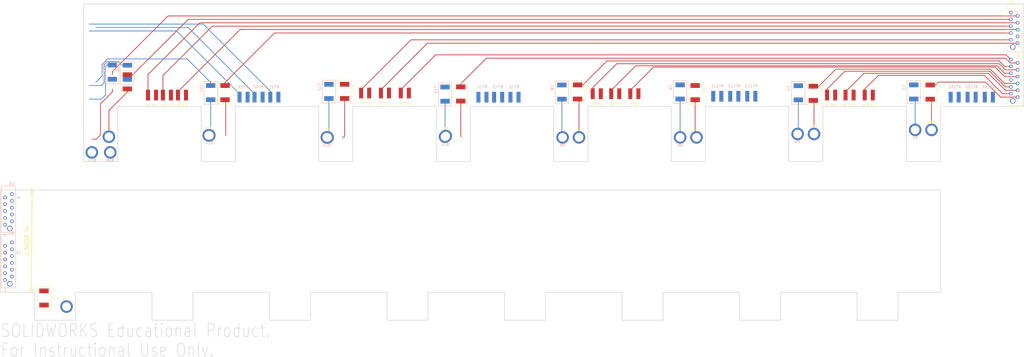
<source format=kicad_pcb>
(kicad_pcb (version 20171130) (host pcbnew 5.0.2-bee76a0~70~ubuntu16.04.1)

  (general
    (thickness 1.6)
    (drawings 73)
    (tracks 148)
    (zones 0)
    (modules 64)
    (nets 62)
  )

  (page A4)
  (layers
    (0 F.Cu signal)
    (31 B.Cu signal)
    (32 B.Adhes user)
    (33 F.Adhes user)
    (34 B.Paste user)
    (35 F.Paste user)
    (36 B.SilkS user)
    (37 F.SilkS user)
    (38 B.Mask user)
    (39 F.Mask user)
    (40 Dwgs.User user)
    (41 Cmts.User user)
    (42 Eco1.User user)
    (43 Eco2.User user)
    (44 Edge.Cuts user)
    (45 Margin user)
    (46 B.CrtYd user)
    (47 F.CrtYd user)
    (48 B.Fab user)
    (49 F.Fab user)
  )

  (setup
    (last_trace_width 0.25)
    (user_trace_width 0.254)
    (user_trace_width 0.381)
    (trace_clearance 0.2)
    (zone_clearance 0.508)
    (zone_45_only no)
    (trace_min 0.2)
    (segment_width 0.2)
    (edge_width 0.15)
    (via_size 0.8)
    (via_drill 0.4)
    (via_min_size 0.4)
    (via_min_drill 0.3)
    (uvia_size 0.3)
    (uvia_drill 0.1)
    (uvias_allowed no)
    (uvia_min_size 0.2)
    (uvia_min_drill 0.1)
    (pcb_text_width 0.3)
    (pcb_text_size 1.5 1.5)
    (mod_edge_width 0.15)
    (mod_text_size 1 1)
    (mod_text_width 0.15)
    (pad_size 1.524 1.524)
    (pad_drill 0.762)
    (pad_to_mask_clearance 0.051)
    (solder_mask_min_width 0.25)
    (aux_axis_origin 0 0)
    (visible_elements FFFFF77F)
    (pcbplotparams
      (layerselection 0x010fc_ffffffff)
      (usegerberextensions false)
      (usegerberattributes false)
      (usegerberadvancedattributes false)
      (creategerberjobfile false)
      (excludeedgelayer true)
      (linewidth 0.100000)
      (plotframeref false)
      (viasonmask false)
      (mode 1)
      (useauxorigin false)
      (hpglpennumber 1)
      (hpglpenspeed 20)
      (hpglpendiameter 15.000000)
      (psnegative false)
      (psa4output false)
      (plotreference true)
      (plotvalue true)
      (plotinvisibletext false)
      (padsonsilk false)
      (subtractmaskfromsilk false)
      (outputformat 1)
      (mirror false)
      (drillshape 1)
      (scaleselection 1)
      (outputdirectory ""))
  )

  (net 0 "")
  (net 1 "Net-(B1-Pad1)")
  (net 2 "Net-(B2-Pad1)")
  (net 3 "Net-(B3-Pad1)")
  (net 4 "Net-(B4-Pad1)")
  (net 5 "Net-(B5-Pad1)")
  (net 6 "Net-(B6-Pad1)")
  (net 7 "Net-(B7-Pad1)")
  (net 8 "Net-(B8-Pad1)")
  (net 9 "Net-(B9-Pad1)")
  (net 10 "Net-(B10-Pad1)")
  (net 11 "Net-(B11-Pad1)")
  (net 12 "Net-(B12-Pad1)")
  (net 13 "Net-(B13-Pad1)")
  (net 14 "Net-(B14-Pad1)")
  (net 15 "Net-(B15-Pad1)")
  (net 16 "Net-(B16-Pad1)")
  (net 17 "Net-(B+1-Pad1)")
  (net 18 "Net-(B-1-Pad1)")
  (net 19 /C1-)
  (net 20 /C2+)
  (net 21 /C3-)
  (net 22 /C4+)
  (net 23 /C5-)
  (net 24 /C6+)
  (net 25 /C7-)
  (net 26 /C8+)
  (net 27 /C9-)
  (net 28 /C10+)
  (net 29 /C11-)
  (net 30 /C12+)
  (net 31 /C13-)
  (net 32 /C14+)
  (net 33 /C15-)
  (net 34 /C16+)
  (net 35 /V+)
  (net 36 /V-)
  (net 37 /C5_T3)
  (net 38 /C9_T1)
  (net 39 /C9_T2)
  (net 40 /C13_T1)
  (net 41 /C13_T3)
  (net 42 /C9_T3)
  (net 43 /C13_T2)
  (net 44 /GND)
  (net 45 /C1_T2)
  (net 46 /C5_T1)
  (net 47 /C1_T1)
  (net 48 /C5_T2)
  (net 49 /C1_T3)
  (net 50 /C15_T2)
  (net 51 /C11_T3)
  (net 52 /C15_T3)
  (net 53 /C15_T1)
  (net 54 /C11_T2)
  (net 55 /C11_T1)
  (net 56 /C7_T3)
  (net 57 /C3_T3)
  (net 58 /C7_T2)
  (net 59 /C3_T1)
  (net 60 /C7_T1)
  (net 61 /C3_T2)

  (net_class Default "This is the default net class."
    (clearance 0.2)
    (trace_width 0.25)
    (via_dia 0.8)
    (via_drill 0.4)
    (uvia_dia 0.3)
    (uvia_drill 0.1)
    (add_net /C1-)
    (add_net /C10+)
    (add_net /C11-)
    (add_net /C11_T1)
    (add_net /C11_T2)
    (add_net /C11_T3)
    (add_net /C12+)
    (add_net /C13-)
    (add_net /C13_T1)
    (add_net /C13_T2)
    (add_net /C13_T3)
    (add_net /C14+)
    (add_net /C15-)
    (add_net /C15_T1)
    (add_net /C15_T2)
    (add_net /C15_T3)
    (add_net /C16+)
    (add_net /C1_T1)
    (add_net /C1_T2)
    (add_net /C1_T3)
    (add_net /C2+)
    (add_net /C3-)
    (add_net /C3_T1)
    (add_net /C3_T2)
    (add_net /C3_T3)
    (add_net /C4+)
    (add_net /C5-)
    (add_net /C5_T1)
    (add_net /C5_T2)
    (add_net /C5_T3)
    (add_net /C6+)
    (add_net /C7-)
    (add_net /C7_T1)
    (add_net /C7_T2)
    (add_net /C7_T3)
    (add_net /C8+)
    (add_net /C9-)
    (add_net /C9_T1)
    (add_net /C9_T2)
    (add_net /C9_T3)
    (add_net /GND)
    (add_net /V+)
    (add_net /V-)
    (add_net "Net-(B+1-Pad1)")
    (add_net "Net-(B-1-Pad1)")
    (add_net "Net-(B1-Pad1)")
    (add_net "Net-(B10-Pad1)")
    (add_net "Net-(B11-Pad1)")
    (add_net "Net-(B12-Pad1)")
    (add_net "Net-(B13-Pad1)")
    (add_net "Net-(B14-Pad1)")
    (add_net "Net-(B15-Pad1)")
    (add_net "Net-(B16-Pad1)")
    (add_net "Net-(B2-Pad1)")
    (add_net "Net-(B3-Pad1)")
    (add_net "Net-(B4-Pad1)")
    (add_net "Net-(B5-Pad1)")
    (add_net "Net-(B6-Pad1)")
    (add_net "Net-(B7-Pad1)")
    (add_net "Net-(B8-Pad1)")
    (add_net "Net-(B9-Pad1)")
  )

  (net_class "10 mil" ""
    (clearance 0.2)
    (trace_width 0.254)
    (via_dia 0.8)
    (via_drill 0.4)
    (uvia_dia 0.3)
    (uvia_drill 0.1)
  )

  (net_class "15 mils" ""
    (clearance 0.2)
    (trace_width 0.381)
    (via_dia 0.8)
    (via_drill 0.4)
    (uvia_dia 0.3)
    (uvia_drill 0.1)
  )

  (module footprints:Bolt_connect_4-40_round (layer F.Cu) (tedit 5BFDDC52) (tstamp 5DAC37B7)
    (at -6.604 -80.264)
    (path /5F68FB0F)
    (fp_text reference B1 (at 0 -2.794) (layer F.SilkS)
      (effects (font (size 1 1) (thickness 0.15)))
    )
    (fp_text value Bolt_connect_4-40 (at 0 2.794) (layer F.Fab)
      (effects (font (size 1 1) (thickness 0.15)))
    )
    (pad 1 thru_hole circle (at 0 0) (size 4.6482 4.6482) (drill 3.2512) (layers *.Cu *.Mask)
      (net 1 "Net-(B1-Pad1)") (clearance 0.508))
  )

  (module footprints:Bolt_connect_4-40_round (layer B.Cu) (tedit 5BFDDC52) (tstamp 5DAC37BC)
    (at 293.116 -82.804)
    (path /5F68EE4D)
    (fp_text reference B2 (at 0 2.794) (layer B.SilkS)
      (effects (font (size 1 1) (thickness 0.15)) (justify mirror))
    )
    (fp_text value Bolt_connect_4-40 (at 0 -2.794) (layer B.Fab)
      (effects (font (size 1 1) (thickness 0.15)) (justify mirror))
    )
    (pad 1 thru_hole circle (at 0 0) (size 4.6482 4.6482) (drill 3.2512) (layers *.Cu *.Mask)
      (net 2 "Net-(B2-Pad1)") (clearance 0.508))
  )

  (module footprints:Bolt_connect_4-40_round (layer F.Cu) (tedit 5BFDDC52) (tstamp 5DAC37C1)
    (at 30.48 -80.772)
    (path /5F68FAFD)
    (fp_text reference B3 (at 0 -2.794) (layer F.SilkS)
      (effects (font (size 1 1) (thickness 0.15)))
    )
    (fp_text value Bolt_connect_4-40 (at 0 2.794) (layer F.Fab)
      (effects (font (size 1 1) (thickness 0.15)))
    )
    (pad 1 thru_hole circle (at 0 0) (size 4.6482 4.6482) (drill 3.2512) (layers *.Cu *.Mask)
      (net 3 "Net-(B3-Pad1)") (clearance 0.508))
  )

  (module footprints:Bolt_connect_4-40_round (layer B.Cu) (tedit 5BFDDC52) (tstamp 5DAC37C6)
    (at 249.428 -81.28)
    (path /5F68EE3B)
    (fp_text reference B4 (at 0 2.794) (layer B.SilkS)
      (effects (font (size 1 1) (thickness 0.15)) (justify mirror))
    )
    (fp_text value Bolt_connect_4-40 (at 0 -2.794) (layer B.Fab)
      (effects (font (size 1 1) (thickness 0.15)) (justify mirror))
    )
    (pad 1 thru_hole circle (at 0 0) (size 4.6482 4.6482) (drill 3.2512) (layers *.Cu *.Mask)
      (net 4 "Net-(B4-Pad1)") (clearance 0.508))
  )

  (module footprints:Bolt_connect_4-40_round (layer F.Cu) (tedit 5BFDDC52) (tstamp 5DAC37CB)
    (at 74.676 -80.01)
    (path /5F68FAEB)
    (fp_text reference B5 (at 0 -2.794) (layer F.SilkS)
      (effects (font (size 1 1) (thickness 0.15)))
    )
    (fp_text value Bolt_connect_4-40 (at 0 2.794) (layer F.Fab)
      (effects (font (size 1 1) (thickness 0.15)))
    )
    (pad 1 thru_hole circle (at 0 0) (size 4.6482 4.6482) (drill 3.2512) (layers *.Cu *.Mask)
      (net 5 "Net-(B5-Pad1)") (clearance 0.508))
  )

  (module footprints:Bolt_connect_4-40_round (layer B.Cu) (tedit 5BFDDC52) (tstamp 5DAC37D0)
    (at 205.74 -80.01)
    (path /5F68EE29)
    (fp_text reference B6 (at 0 2.794) (layer B.SilkS)
      (effects (font (size 1 1) (thickness 0.15)) (justify mirror))
    )
    (fp_text value Bolt_connect_4-40 (at 0 -2.794) (layer B.Fab)
      (effects (font (size 1 1) (thickness 0.15)) (justify mirror))
    )
    (pad 1 thru_hole circle (at 0 0) (size 4.6482 4.6482) (drill 3.2512) (layers *.Cu *.Mask)
      (net 6 "Net-(B6-Pad1)") (clearance 0.508))
  )

  (module footprints:Bolt_connect_4-40_round (layer F.Cu) (tedit 5BFDDC52) (tstamp 5DAC37D5)
    (at 118.618 -80.518)
    (path /5F68FAD9)
    (fp_text reference B7 (at 0 -2.794) (layer F.SilkS)
      (effects (font (size 1 1) (thickness 0.15)))
    )
    (fp_text value Bolt_connect_4-40 (at 0 2.794) (layer F.Fab)
      (effects (font (size 1 1) (thickness 0.15)))
    )
    (pad 1 thru_hole circle (at 0 0) (size 4.6482 4.6482) (drill 3.2512) (layers *.Cu *.Mask)
      (net 7 "Net-(B7-Pad1)") (clearance 0.508))
  )

  (module footprints:Bolt_connect_4-40_round (layer B.Cu) (tedit 5BFDDC52) (tstamp 5DAC37DA)
    (at 162.052 -80.01)
    (path /5F68EE17)
    (fp_text reference B8 (at 0 2.794) (layer B.SilkS)
      (effects (font (size 1 1) (thickness 0.15)) (justify mirror))
    )
    (fp_text value Bolt_connect_4-40 (at 0 -2.794) (layer B.Fab)
      (effects (font (size 1 1) (thickness 0.15)) (justify mirror))
    )
    (pad 1 thru_hole circle (at 0 0) (size 4.6482 4.6482) (drill 3.2512) (layers *.Cu *.Mask)
      (net 8 "Net-(B8-Pad1)") (clearance 0.508))
  )

  (module footprints:Bolt_connect_4-40_round (layer F.Cu) (tedit 5BFDDC52) (tstamp 5DAC37DF)
    (at 168.148 -80.01)
    (path /5F68FAC7)
    (fp_text reference B9 (at 0 -2.794) (layer F.SilkS)
      (effects (font (size 1 1) (thickness 0.15)))
    )
    (fp_text value Bolt_connect_4-40 (at 0 2.794) (layer F.Fab)
      (effects (font (size 1 1) (thickness 0.15)))
    )
    (pad 1 thru_hole circle (at 0 0) (size 4.6482 4.6482) (drill 3.2512) (layers *.Cu *.Mask)
      (net 9 "Net-(B9-Pad1)") (clearance 0.508))
  )

  (module footprints:Bolt_connect_4-40_round (layer B.Cu) (tedit 5BFDDC52) (tstamp 5DAC37E4)
    (at 118.364 -80.264)
    (path /5F68EA51)
    (fp_text reference B10 (at 0 2.794) (layer B.SilkS)
      (effects (font (size 1 1) (thickness 0.15)) (justify mirror))
    )
    (fp_text value Bolt_connect_4-40 (at 0 -2.794) (layer B.Fab)
      (effects (font (size 1 1) (thickness 0.15)) (justify mirror))
    )
    (pad 1 thru_hole circle (at 0 0) (size 4.6482 4.6482) (drill 3.2512) (layers *.Cu *.Mask)
      (net 10 "Net-(B10-Pad1)") (clearance 0.508))
  )

  (module footprints:Bolt_connect_4-40_round (layer F.Cu) (tedit 5BFDDC52) (tstamp 5DAC4645)
    (at 211.836 -80.01)
    (path /5F68FAB5)
    (fp_text reference B11 (at 0 -2.794) (layer F.SilkS)
      (effects (font (size 1 1) (thickness 0.15)))
    )
    (fp_text value Bolt_connect_4-40 (at 0 2.794) (layer F.Fab)
      (effects (font (size 1 1) (thickness 0.15)))
    )
    (pad 1 thru_hole circle (at 0 0) (size 4.6482 4.6482) (drill 3.2512) (layers *.Cu *.Mask)
      (net 11 "Net-(B11-Pad1)") (clearance 0.508))
  )

  (module footprints:Bolt_connect_4-40_round (layer B.Cu) (tedit 5BFDDC52) (tstamp 5DAC37EE)
    (at 74.422 -80.01)
    (path /5F68E98C)
    (fp_text reference B12 (at 0 2.794) (layer B.SilkS)
      (effects (font (size 1 1) (thickness 0.15)) (justify mirror))
    )
    (fp_text value Bolt_connect_4-40 (at 0 -2.794) (layer B.Fab)
      (effects (font (size 1 1) (thickness 0.15)) (justify mirror))
    )
    (pad 1 thru_hole circle (at 0 0) (size 4.6482 4.6482) (drill 3.2512) (layers *.Cu *.Mask)
      (net 12 "Net-(B12-Pad1)") (clearance 0.508))
  )

  (module footprints:Bolt_connect_4-40_round (layer F.Cu) (tedit 5BFDDC52) (tstamp 5DAC37F3)
    (at 255.524 -81.28)
    (path /5F68FAA3)
    (fp_text reference B13 (at 0 -2.794) (layer F.SilkS)
      (effects (font (size 1 1) (thickness 0.15)))
    )
    (fp_text value Bolt_connect_4-40 (at 0 2.794) (layer F.Fab)
      (effects (font (size 1 1) (thickness 0.15)))
    )
    (pad 1 thru_hole circle (at 0 0) (size 4.6482 4.6482) (drill 3.2512) (layers *.Cu *.Mask)
      (net 13 "Net-(B13-Pad1)") (clearance 0.508))
  )

  (module footprints:Bolt_connect_4-40_round (layer B.Cu) (tedit 5BFDDC52) (tstamp 5DAC37F8)
    (at 30.734 -80.772)
    (path /5F68E8A1)
    (fp_text reference B14 (at 0 2.794) (layer B.SilkS)
      (effects (font (size 1 1) (thickness 0.15)) (justify mirror))
    )
    (fp_text value Bolt_connect_4-40 (at 0 -2.794) (layer B.Fab)
      (effects (font (size 1 1) (thickness 0.15)) (justify mirror))
    )
    (pad 1 thru_hole circle (at 0 0) (size 4.6482 4.6482) (drill 3.2512) (layers *.Cu *.Mask)
      (net 14 "Net-(B14-Pad1)") (clearance 0.508))
  )

  (module footprints:Bolt_connect_4-40_round (layer F.Cu) (tedit 5BFDDC52) (tstamp 5DAC37FD)
    (at 299.212 -82.804)
    (path /5F68FA91)
    (fp_text reference B15 (at 0 -2.794) (layer F.SilkS)
      (effects (font (size 1 1) (thickness 0.15)))
    )
    (fp_text value Bolt_connect_4-40 (at 0 2.794) (layer F.Fab)
      (effects (font (size 1 1) (thickness 0.15)))
    )
    (pad 1 thru_hole circle (at 0 0) (size 4.6482 4.6482) (drill 3.2512) (layers *.Cu *.Mask)
      (net 15 "Net-(B15-Pad1)") (clearance 0.508))
  )

  (module footprints:Bolt_connect_4-40_round (layer B.Cu) (tedit 5BFDDC52) (tstamp 5DAC3802)
    (at -6.096 -74.422)
    (path /5F68E6D8)
    (fp_text reference B16 (at 0 2.794) (layer B.SilkS)
      (effects (font (size 1 1) (thickness 0.15)) (justify mirror))
    )
    (fp_text value Bolt_connect_4-40 (at 0 -2.794) (layer B.Fab)
      (effects (font (size 1 1) (thickness 0.15)) (justify mirror))
    )
    (pad 1 thru_hole circle (at 0 0) (size 4.6482 4.6482) (drill 3.2512) (layers *.Cu *.Mask)
      (net 16 "Net-(B16-Pad1)") (clearance 0.508))
  )

  (module footprints:Bolt_connect_4-40_round (layer B.Cu) (tedit 5BFDDC52) (tstamp 5DAC3807)
    (at -12.954 -74.422)
    (path /5F6917C5)
    (fp_text reference B+1 (at 0 2.794) (layer B.SilkS)
      (effects (font (size 1 1) (thickness 0.15)) (justify mirror))
    )
    (fp_text value Bolt_connect_4-40 (at 0 -2.794) (layer B.Fab)
      (effects (font (size 1 1) (thickness 0.15)) (justify mirror))
    )
    (pad 1 thru_hole circle (at 0 0) (size 4.6482 4.6482) (drill 3.2512) (layers *.Cu *.Mask)
      (net 17 "Net-(B+1-Pad1)") (clearance 0.508))
  )

  (module footprints:Bolt_connect_4-40_round (layer F.Cu) (tedit 5BFDDC52) (tstamp 5DAC380C)
    (at -22.352 -17.018)
    (path /5D8280A5)
    (fp_text reference B-1 (at 0 -2.794) (layer F.SilkS)
      (effects (font (size 1 1) (thickness 0.15)))
    )
    (fp_text value Bolt_connect_4-40 (at 0 2.794) (layer F.Fab)
      (effects (font (size 1 1) (thickness 0.15)))
    )
    (pad 1 thru_hole circle (at 0 0) (size 4.6482 4.6482) (drill 3.2512) (layers *.Cu *.Mask)
      (net 18 "Net-(B-1-Pad1)") (clearance 0.508))
  )

  (module footprints:Fuse_1812 (layer F.Cu) (tedit 5A050C3C) (tstamp 5DAC3816)
    (at 0.254 -103.324 270)
    (path /5F68FB09)
    (fp_text reference F1 (at 1 -3.5 270) (layer F.SilkS)
      (effects (font (size 1 1) (thickness 0.15)))
    )
    (fp_text value 200mA_Fuse (at 3 3.5 270) (layer F.Fab) hide
      (effects (font (size 1 1) (thickness 0.15)))
    )
    (fp_line (start -1.5 2.5) (end -1.5 -2.5) (layer F.SilkS) (width 0.15))
    (fp_line (start 7 2.5) (end -1.5 2.5) (layer F.SilkS) (width 0.15))
    (fp_line (start 7 -2.5) (end 7 2.5) (layer F.SilkS) (width 0.15))
    (fp_line (start -1.5 -2.5) (end 7 -2.5) (layer F.SilkS) (width 0.15))
    (pad 1 smd rect (at 0 0 270) (size 1.78 3.5) (layers F.Cu F.Paste F.Mask)
      (net 19 /C1-))
    (pad 2 smd rect (at 5.28 0 270) (size 1.78 3.5) (layers F.Cu F.Paste F.Mask)
      (net 1 "Net-(B1-Pad1)"))
  )

  (module footprints:Fuse_1812 (layer B.Cu) (tedit 5A050C3C) (tstamp 5DAC3820)
    (at 292.608 -99.568 270)
    (path /5F68EE47)
    (fp_text reference F2 (at 1 3.5 270) (layer B.SilkS)
      (effects (font (size 1 1) (thickness 0.15)) (justify mirror))
    )
    (fp_text value 200mA_Fuse (at 3 -3.5 270) (layer B.Fab) hide
      (effects (font (size 1 1) (thickness 0.15)) (justify mirror))
    )
    (fp_line (start -1.5 -2.5) (end -1.5 2.5) (layer B.SilkS) (width 0.15))
    (fp_line (start 7 -2.5) (end -1.5 -2.5) (layer B.SilkS) (width 0.15))
    (fp_line (start 7 2.5) (end 7 -2.5) (layer B.SilkS) (width 0.15))
    (fp_line (start -1.5 2.5) (end 7 2.5) (layer B.SilkS) (width 0.15))
    (pad 1 smd rect (at 0 0 270) (size 1.78 3.5) (layers B.Cu B.Paste B.Mask)
      (net 20 /C2+))
    (pad 2 smd rect (at 5.28 0 270) (size 1.78 3.5) (layers B.Cu B.Paste B.Mask)
      (net 2 "Net-(B2-Pad1)"))
  )

  (module footprints:Fuse_1812 (layer F.Cu) (tedit 5A050C3C) (tstamp 5DAC382A)
    (at 36.576 -99.314 270)
    (path /5F68FAF7)
    (fp_text reference F3 (at 1 -3.5 270) (layer F.SilkS)
      (effects (font (size 1 1) (thickness 0.15)))
    )
    (fp_text value 200mA_Fuse (at 3 3.5 270) (layer F.Fab) hide
      (effects (font (size 1 1) (thickness 0.15)))
    )
    (fp_line (start -1.5 2.5) (end -1.5 -2.5) (layer F.SilkS) (width 0.15))
    (fp_line (start 7 2.5) (end -1.5 2.5) (layer F.SilkS) (width 0.15))
    (fp_line (start 7 -2.5) (end 7 2.5) (layer F.SilkS) (width 0.15))
    (fp_line (start -1.5 -2.5) (end 7 -2.5) (layer F.SilkS) (width 0.15))
    (pad 1 smd rect (at 0 0 270) (size 1.78 3.5) (layers F.Cu F.Paste F.Mask)
      (net 21 /C3-))
    (pad 2 smd rect (at 5.28 0 270) (size 1.78 3.5) (layers F.Cu F.Paste F.Mask)
      (net 3 "Net-(B3-Pad1)"))
  )

  (module footprints:Fuse_1812 (layer B.Cu) (tedit 5A050C3C) (tstamp 5DAC3834)
    (at 249.682 -99.26 270)
    (path /5F68EE35)
    (fp_text reference F4 (at 1 3.5 270) (layer B.SilkS)
      (effects (font (size 1 1) (thickness 0.15)) (justify mirror))
    )
    (fp_text value 200mA_Fuse (at 3 -3.5 270) (layer B.Fab) hide
      (effects (font (size 1 1) (thickness 0.15)) (justify mirror))
    )
    (fp_line (start -1.5 2.5) (end 7 2.5) (layer B.SilkS) (width 0.15))
    (fp_line (start 7 2.5) (end 7 -2.5) (layer B.SilkS) (width 0.15))
    (fp_line (start 7 -2.5) (end -1.5 -2.5) (layer B.SilkS) (width 0.15))
    (fp_line (start -1.5 -2.5) (end -1.5 2.5) (layer B.SilkS) (width 0.15))
    (pad 2 smd rect (at 5.28 0 270) (size 1.78 3.5) (layers B.Cu B.Paste B.Mask)
      (net 4 "Net-(B4-Pad1)"))
    (pad 1 smd rect (at 0 0 270) (size 1.78 3.5) (layers B.Cu B.Paste B.Mask)
      (net 22 /C4+))
  )

  (module footprints:Fuse_1812 (layer F.Cu) (tedit 5A050C3C) (tstamp 5DAC4D30)
    (at 81.026 -99.768 270)
    (path /5F68FAE5)
    (fp_text reference F5 (at 1 -3.5 270) (layer F.SilkS)
      (effects (font (size 1 1) (thickness 0.15)))
    )
    (fp_text value 200mA_Fuse (at 3 3.5 270) (layer F.Fab) hide
      (effects (font (size 1 1) (thickness 0.15)))
    )
    (fp_line (start -1.5 -2.5) (end 7 -2.5) (layer F.SilkS) (width 0.15))
    (fp_line (start 7 -2.5) (end 7 2.5) (layer F.SilkS) (width 0.15))
    (fp_line (start 7 2.5) (end -1.5 2.5) (layer F.SilkS) (width 0.15))
    (fp_line (start -1.5 2.5) (end -1.5 -2.5) (layer F.SilkS) (width 0.15))
    (pad 2 smd rect (at 5.28 0 270) (size 1.78 3.5) (layers F.Cu F.Paste F.Mask)
      (net 5 "Net-(B5-Pad1)"))
    (pad 1 smd rect (at 0 0 270) (size 1.78 3.5) (layers F.Cu F.Paste F.Mask)
      (net 23 /C5-))
  )

  (module footprints:Fuse_1812 (layer B.Cu) (tedit 5A050C3C) (tstamp 5DAC3848)
    (at 205.74 -99.568 270)
    (path /5F68EE23)
    (fp_text reference F6 (at 1 3.5 270) (layer B.SilkS)
      (effects (font (size 1 1) (thickness 0.15)) (justify mirror))
    )
    (fp_text value 200mA_Fuse (at 3 -3.5 270) (layer B.Fab) hide
      (effects (font (size 1 1) (thickness 0.15)) (justify mirror))
    )
    (fp_line (start -1.5 2.5) (end 7 2.5) (layer B.SilkS) (width 0.15))
    (fp_line (start 7 2.5) (end 7 -2.5) (layer B.SilkS) (width 0.15))
    (fp_line (start 7 -2.5) (end -1.5 -2.5) (layer B.SilkS) (width 0.15))
    (fp_line (start -1.5 -2.5) (end -1.5 2.5) (layer B.SilkS) (width 0.15))
    (pad 2 smd rect (at 5.28 0 270) (size 1.78 3.5) (layers B.Cu B.Paste B.Mask)
      (net 6 "Net-(B6-Pad1)"))
    (pad 1 smd rect (at 0 0 270) (size 1.78 3.5) (layers B.Cu B.Paste B.Mask)
      (net 24 /C6+))
  )

  (module footprints:Fuse_1812 (layer F.Cu) (tedit 5A050C3C) (tstamp 5DAC3852)
    (at 124.206 -98.806 270)
    (path /5F68FAD3)
    (fp_text reference F7 (at 1 -3.5 270) (layer F.SilkS)
      (effects (font (size 1 1) (thickness 0.15)))
    )
    (fp_text value 200mA_Fuse (at 3 3.5 270) (layer F.Fab) hide
      (effects (font (size 1 1) (thickness 0.15)))
    )
    (fp_line (start -1.5 -2.5) (end 7 -2.5) (layer F.SilkS) (width 0.15))
    (fp_line (start 7 -2.5) (end 7 2.5) (layer F.SilkS) (width 0.15))
    (fp_line (start 7 2.5) (end -1.5 2.5) (layer F.SilkS) (width 0.15))
    (fp_line (start -1.5 2.5) (end -1.5 -2.5) (layer F.SilkS) (width 0.15))
    (pad 2 smd rect (at 5.28 0 270) (size 1.78 3.5) (layers F.Cu F.Paste F.Mask)
      (net 7 "Net-(B7-Pad1)"))
    (pad 1 smd rect (at 0 0 270) (size 1.78 3.5) (layers F.Cu F.Paste F.Mask)
      (net 25 /C7-))
  )

  (module footprints:Fuse_1812 (layer B.Cu) (tedit 5A050C3C) (tstamp 5DAC385C)
    (at 161.798 -99.514 270)
    (path /5F68EE11)
    (fp_text reference F8 (at 1 3.5 270) (layer B.SilkS)
      (effects (font (size 1 1) (thickness 0.15)) (justify mirror))
    )
    (fp_text value 200mA_Fuse (at 3 -3.5 270) (layer B.Fab) hide
      (effects (font (size 1 1) (thickness 0.15)) (justify mirror))
    )
    (fp_line (start -1.5 -2.5) (end -1.5 2.5) (layer B.SilkS) (width 0.15))
    (fp_line (start 7 -2.5) (end -1.5 -2.5) (layer B.SilkS) (width 0.15))
    (fp_line (start 7 2.5) (end 7 -2.5) (layer B.SilkS) (width 0.15))
    (fp_line (start -1.5 2.5) (end 7 2.5) (layer B.SilkS) (width 0.15))
    (pad 1 smd rect (at 0 0 270) (size 1.78 3.5) (layers B.Cu B.Paste B.Mask)
      (net 26 /C8+))
    (pad 2 smd rect (at 5.28 0 270) (size 1.78 3.5) (layers B.Cu B.Paste B.Mask)
      (net 8 "Net-(B8-Pad1)"))
  )

  (module footprints:Fuse_1812 (layer F.Cu) (tedit 5A050C3C) (tstamp 5DAC3866)
    (at 167.64 -99.568 270)
    (path /5F68FAC1)
    (fp_text reference F9 (at 1 -3.5 270) (layer F.SilkS)
      (effects (font (size 1 1) (thickness 0.15)))
    )
    (fp_text value 200mA_Fuse (at 3 3.5 270) (layer F.Fab) hide
      (effects (font (size 1 1) (thickness 0.15)))
    )
    (fp_line (start -1.5 2.5) (end -1.5 -2.5) (layer F.SilkS) (width 0.15))
    (fp_line (start 7 2.5) (end -1.5 2.5) (layer F.SilkS) (width 0.15))
    (fp_line (start 7 -2.5) (end 7 2.5) (layer F.SilkS) (width 0.15))
    (fp_line (start -1.5 -2.5) (end 7 -2.5) (layer F.SilkS) (width 0.15))
    (pad 1 smd rect (at 0 0 270) (size 1.78 3.5) (layers F.Cu F.Paste F.Mask)
      (net 27 /C9-))
    (pad 2 smd rect (at 5.28 0 270) (size 1.78 3.5) (layers F.Cu F.Paste F.Mask)
      (net 9 "Net-(B9-Pad1)"))
  )

  (module footprints:Fuse_1812 (layer B.Cu) (tedit 5A050C3C) (tstamp 5DAC3870)
    (at 118.364 -98.752 270)
    (path /5F68EA4B)
    (fp_text reference F10 (at 1 3.5 270) (layer B.SilkS)
      (effects (font (size 1 1) (thickness 0.15)) (justify mirror))
    )
    (fp_text value 200mA_Fuse (at 3 -3.5 270) (layer B.Fab) hide
      (effects (font (size 1 1) (thickness 0.15)) (justify mirror))
    )
    (fp_line (start -1.5 -2.5) (end -1.5 2.5) (layer B.SilkS) (width 0.15))
    (fp_line (start 7 -2.5) (end -1.5 -2.5) (layer B.SilkS) (width 0.15))
    (fp_line (start 7 2.5) (end 7 -2.5) (layer B.SilkS) (width 0.15))
    (fp_line (start -1.5 2.5) (end 7 2.5) (layer B.SilkS) (width 0.15))
    (pad 1 smd rect (at 0 0 270) (size 1.78 3.5) (layers B.Cu B.Paste B.Mask)
      (net 28 /C10+))
    (pad 2 smd rect (at 5.28 0 270) (size 1.78 3.5) (layers B.Cu B.Paste B.Mask)
      (net 10 "Net-(B10-Pad1)"))
  )

  (module footprints:Fuse_1812 (layer F.Cu) (tedit 5A050C3C) (tstamp 5DAC387A)
    (at 211.328 -99.314 270)
    (path /5F68FAAF)
    (fp_text reference F11 (at 1 -3.5 270) (layer F.SilkS)
      (effects (font (size 1 1) (thickness 0.15)))
    )
    (fp_text value 200mA_Fuse (at 3 3.5 270) (layer F.Fab) hide
      (effects (font (size 1 1) (thickness 0.15)))
    )
    (fp_line (start -1.5 -2.5) (end 7 -2.5) (layer F.SilkS) (width 0.15))
    (fp_line (start 7 -2.5) (end 7 2.5) (layer F.SilkS) (width 0.15))
    (fp_line (start 7 2.5) (end -1.5 2.5) (layer F.SilkS) (width 0.15))
    (fp_line (start -1.5 2.5) (end -1.5 -2.5) (layer F.SilkS) (width 0.15))
    (pad 2 smd rect (at 5.28 0 270) (size 1.78 3.5) (layers F.Cu F.Paste F.Mask)
      (net 11 "Net-(B11-Pad1)"))
    (pad 1 smd rect (at 0 0 270) (size 1.78 3.5) (layers F.Cu F.Paste F.Mask)
      (net 29 /C11-))
  )

  (module footprints:Fuse_1812 (layer B.Cu) (tedit 5A050C3C) (tstamp 5DAC3884)
    (at 75.184 -99.768 270)
    (path /5F68E986)
    (fp_text reference F12 (at 1 3.5 270) (layer B.SilkS)
      (effects (font (size 1 1) (thickness 0.15)) (justify mirror))
    )
    (fp_text value 200mA_Fuse (at 3 -3.5 270) (layer B.Fab) hide
      (effects (font (size 1 1) (thickness 0.15)) (justify mirror))
    )
    (fp_line (start -1.5 -2.5) (end -1.5 2.5) (layer B.SilkS) (width 0.15))
    (fp_line (start 7 -2.5) (end -1.5 -2.5) (layer B.SilkS) (width 0.15))
    (fp_line (start 7 2.5) (end 7 -2.5) (layer B.SilkS) (width 0.15))
    (fp_line (start -1.5 2.5) (end 7 2.5) (layer B.SilkS) (width 0.15))
    (pad 1 smd rect (at 0 0 270) (size 1.78 3.5) (layers B.Cu B.Paste B.Mask)
      (net 30 /C12+))
    (pad 2 smd rect (at 5.28 0 270) (size 1.78 3.5) (layers B.Cu B.Paste B.Mask)
      (net 12 "Net-(B12-Pad1)"))
  )

  (module footprints:Fuse_1812 (layer F.Cu) (tedit 5A050C3C) (tstamp 5DAC388E)
    (at 255.27 -99.06 270)
    (path /5F68FA9D)
    (fp_text reference F13 (at 1 -3.5 270) (layer F.SilkS)
      (effects (font (size 1 1) (thickness 0.15)))
    )
    (fp_text value 200mA_Fuse (at 3 3.5 270) (layer F.Fab) hide
      (effects (font (size 1 1) (thickness 0.15)))
    )
    (fp_line (start -1.5 -2.5) (end 7 -2.5) (layer F.SilkS) (width 0.15))
    (fp_line (start 7 -2.5) (end 7 2.5) (layer F.SilkS) (width 0.15))
    (fp_line (start 7 2.5) (end -1.5 2.5) (layer F.SilkS) (width 0.15))
    (fp_line (start -1.5 2.5) (end -1.5 -2.5) (layer F.SilkS) (width 0.15))
    (pad 2 smd rect (at 5.28 0 270) (size 1.78 3.5) (layers F.Cu F.Paste F.Mask)
      (net 13 "Net-(B13-Pad1)"))
    (pad 1 smd rect (at 0 0 270) (size 1.78 3.5) (layers F.Cu F.Paste F.Mask)
      (net 31 /C13-))
  )

  (module footprints:Fuse_1812 (layer B.Cu) (tedit 5A050C3C) (tstamp 5DAC3898)
    (at 31.242 -99.314 270)
    (path /5F68E89B)
    (fp_text reference F14 (at 1 3.5 270) (layer B.SilkS)
      (effects (font (size 1 1) (thickness 0.15)) (justify mirror))
    )
    (fp_text value 200mA_Fuse (at 3 -3.5 270) (layer B.Fab) hide
      (effects (font (size 1 1) (thickness 0.15)) (justify mirror))
    )
    (fp_line (start -1.5 2.5) (end 7 2.5) (layer B.SilkS) (width 0.15))
    (fp_line (start 7 2.5) (end 7 -2.5) (layer B.SilkS) (width 0.15))
    (fp_line (start 7 -2.5) (end -1.5 -2.5) (layer B.SilkS) (width 0.15))
    (fp_line (start -1.5 -2.5) (end -1.5 2.5) (layer B.SilkS) (width 0.15))
    (pad 2 smd rect (at 5.28 0 270) (size 1.78 3.5) (layers B.Cu B.Paste B.Mask)
      (net 14 "Net-(B14-Pad1)"))
    (pad 1 smd rect (at 0 0 270) (size 1.78 3.5) (layers B.Cu B.Paste B.Mask)
      (net 32 /C14+))
  )

  (module footprints:Fuse_1812 (layer F.Cu) (tedit 5A050C3C) (tstamp 5DAC38A2)
    (at 298.704 -99.514 270)
    (path /5F68FA8B)
    (fp_text reference F15 (at 1 -3.5 270) (layer F.SilkS)
      (effects (font (size 1 1) (thickness 0.15)))
    )
    (fp_text value 200mA_Fuse (at 3 3.5 270) (layer F.Fab) hide
      (effects (font (size 1 1) (thickness 0.15)))
    )
    (fp_line (start -1.5 2.5) (end -1.5 -2.5) (layer F.SilkS) (width 0.15))
    (fp_line (start 7 2.5) (end -1.5 2.5) (layer F.SilkS) (width 0.15))
    (fp_line (start 7 -2.5) (end 7 2.5) (layer F.SilkS) (width 0.15))
    (fp_line (start -1.5 -2.5) (end 7 -2.5) (layer F.SilkS) (width 0.15))
    (pad 1 smd rect (at 0 0 270) (size 1.78 3.5) (layers F.Cu F.Paste F.Mask)
      (net 33 /C15-))
    (pad 2 smd rect (at 5.28 0 270) (size 1.78 3.5) (layers F.Cu F.Paste F.Mask)
      (net 15 "Net-(B15-Pad1)"))
  )

  (module footprints:Fuse_1812 (layer B.Cu) (tedit 5A050C3C) (tstamp 5DAC38AC)
    (at 0.254 -106.88 270)
    (path /5F68E4D7)
    (fp_text reference F16 (at 1 3.5 270) (layer B.SilkS)
      (effects (font (size 1 1) (thickness 0.15)) (justify mirror))
    )
    (fp_text value 200mA_Fuse (at 3 -3.5 270) (layer B.Fab) hide
      (effects (font (size 1 1) (thickness 0.15)) (justify mirror))
    )
    (fp_line (start -1.5 2.5) (end 7 2.5) (layer B.SilkS) (width 0.15))
    (fp_line (start 7 2.5) (end 7 -2.5) (layer B.SilkS) (width 0.15))
    (fp_line (start 7 -2.5) (end -1.5 -2.5) (layer B.SilkS) (width 0.15))
    (fp_line (start -1.5 -2.5) (end -1.5 2.5) (layer B.SilkS) (width 0.15))
    (pad 2 smd rect (at 5.28 0 270) (size 1.78 3.5) (layers B.Cu B.Paste B.Mask)
      (net 16 "Net-(B16-Pad1)"))
    (pad 1 smd rect (at 0 0 270) (size 1.78 3.5) (layers B.Cu B.Paste B.Mask)
      (net 34 /C16+))
  )

  (module footprints:Fuse_1812 (layer B.Cu) (tedit 5A050C3C) (tstamp 5DAC588A)
    (at -5.334 -106.934 270)
    (path /5F6917BF)
    (fp_text reference F+1 (at 1 3.5 270) (layer B.SilkS)
      (effects (font (size 1 1) (thickness 0.15)) (justify mirror))
    )
    (fp_text value 200mA_Fuse (at 3 -3.5 270) (layer B.Fab) hide
      (effects (font (size 1 1) (thickness 0.15)) (justify mirror))
    )
    (fp_line (start -1.5 2.5) (end 7 2.5) (layer B.SilkS) (width 0.15))
    (fp_line (start 7 2.5) (end 7 -2.5) (layer B.SilkS) (width 0.15))
    (fp_line (start 7 -2.5) (end -1.5 -2.5) (layer B.SilkS) (width 0.15))
    (fp_line (start -1.5 -2.5) (end -1.5 2.5) (layer B.SilkS) (width 0.15))
    (pad 2 smd rect (at 5.28 0 270) (size 1.78 3.5) (layers B.Cu B.Paste B.Mask)
      (net 17 "Net-(B+1-Pad1)"))
    (pad 1 smd rect (at 0 0 270) (size 1.78 3.5) (layers B.Cu B.Paste B.Mask)
      (net 35 /V+))
  )

  (module footprints:Fuse_1812 (layer F.Cu) (tedit 5A050C3C) (tstamp 5DAC586F)
    (at -30.734 -22.86 270)
    (path /5D82809F)
    (fp_text reference F-1 (at 1 -3.5 270) (layer F.SilkS)
      (effects (font (size 1 1) (thickness 0.15)))
    )
    (fp_text value 200mA_Fuse (at 3 3.5 270) (layer F.Fab) hide
      (effects (font (size 1 1) (thickness 0.15)))
    )
    (fp_line (start -1.5 2.5) (end -1.5 -2.5) (layer F.SilkS) (width 0.15))
    (fp_line (start 7 2.5) (end -1.5 2.5) (layer F.SilkS) (width 0.15))
    (fp_line (start 7 -2.5) (end 7 2.5) (layer F.SilkS) (width 0.15))
    (fp_line (start -1.5 -2.5) (end 7 -2.5) (layer F.SilkS) (width 0.15))
    (pad 1 smd rect (at 0 0 270) (size 1.78 3.5) (layers F.Cu F.Paste F.Mask)
      (net 36 /V-))
    (pad 2 smd rect (at 5.28 0 270) (size 1.78 3.5) (layers F.Cu F.Paste F.Mask)
      (net 18 "Net-(B-1-Pad1)"))
  )

  (module footprints:micromatch_female_vert_12 (layer F.Cu) (tedit 5A7728CD) (tstamp 5DAC38D7)
    (at 331.216 -100.076 180)
    (path /5D826C50)
    (fp_text reference J1 (at 2.286 -9.144 180) (layer F.SilkS)
      (effects (font (size 1 1) (thickness 0.15)))
    )
    (fp_text value MM_F_VT_12 (at 6.35 0 270) (layer F.Fab) hide
      (effects (font (size 1 1) (thickness 0.15)))
    )
    (fp_line (start 3.92 11.83) (end 3.92 -8.02) (layer F.SilkS) (width 0.15))
    (fp_line (start -1.38 11.83) (end -1.38 -8.02) (layer F.SilkS) (width 0.15))
    (fp_line (start -1.38 -8.02) (end 3.92 -8.02) (layer F.SilkS) (width 0.15))
    (fp_line (start -1.38 11.83) (end 3.92 11.83) (layer F.SilkS) (width 0.15))
    (fp_text user 1 (at 0 -8.89 180) (layer F.SilkS)
      (effects (font (size 1 1) (thickness 0.15)))
    )
    (fp_text user 12 (at 0 10.668 180) (layer F.SilkS)
      (effects (font (size 1 1) (thickness 0.15)))
    )
    (pad 13 thru_hole circle (at 1.8 -6.48 180) (size 2 2) (drill 1.5) (layers *.Cu *.Mask))
    (pad 12 thru_hole circle (at 2.54 8.89 180) (size 1.3 1.3) (drill 0.8) (layers *.Cu *.Mask)
      (net 37 /C5_T3))
    (pad 11 thru_hole circle (at 0 7.62 180) (size 1.3 1.3) (drill 0.8) (layers *.Cu *.Mask)
      (net 25 /C7-))
    (pad 10 thru_hole circle (at 2.54 6.35 180) (size 1.3 1.3) (drill 0.8) (layers *.Cu *.Mask)
      (net 27 /C9-))
    (pad 9 thru_hole circle (at 0 5.08 180) (size 1.3 1.3) (drill 0.8) (layers *.Cu *.Mask)
      (net 38 /C9_T1))
    (pad 8 thru_hole circle (at 2.54 3.81 180) (size 1.3 1.3) (drill 0.8) (layers *.Cu *.Mask)
      (net 39 /C9_T2))
    (pad 6 thru_hole circle (at 2.54 1.27 180) (size 1.3 1.3) (drill 0.8) (layers *.Cu *.Mask)
      (net 29 /C11-))
    (pad 4 thru_hole circle (at 2.54 -1.27 180) (size 1.3 1.3) (drill 0.8) (layers *.Cu *.Mask)
      (net 40 /C13_T1))
    (pad 2 thru_hole circle (at 2.54 -3.81 180) (size 1.3 1.3) (drill 0.8) (layers *.Cu *.Mask)
      (net 41 /C13_T3))
    (pad 7 thru_hole circle (at 0 2.54 180) (size 1.3 1.3) (drill 0.8) (layers *.Cu *.Mask)
      (net 42 /C9_T3))
    (pad 1 thru_hole circle (at 0 -5.08 180) (size 1.3 1.3) (drill 0.8) (layers *.Cu *.Mask)
      (net 33 /C15-))
    (pad 3 thru_hole circle (at 0 -2.54 180) (size 1.3 1.3) (drill 0.8) (layers *.Cu *.Mask)
      (net 43 /C13_T2))
    (pad 5 thru_hole circle (at 0 0 180) (size 1.3 1.3) (drill 0.8) (layers *.Cu *.Mask)
      (net 31 /C13-))
  )

  (module footprints:micromatch_female_vert_10 (layer F.Cu) (tedit 5A772885) (tstamp 5DAC38EC)
    (at 331.216 -120.142 180)
    (path /5D826A6B)
    (fp_text reference J2 (at 5.08 5.08 180) (layer F.SilkS)
      (effects (font (size 1 1) (thickness 0.15)))
    )
    (fp_text value MM_F_VT_10 (at 6.35 0 270) (layer F.Fab) hide
      (effects (font (size 1 1) (thickness 0.15)))
    )
    (fp_line (start 3.92 9.29) (end 3.92 -8.02) (layer F.SilkS) (width 0.15))
    (fp_line (start -1.38 9.29) (end -1.38 -8.02) (layer F.SilkS) (width 0.15))
    (fp_line (start -1.38 -8.02) (end 3.92 -8.02) (layer F.SilkS) (width 0.15))
    (fp_line (start -1.38 9.29) (end 3.92 9.29) (layer F.SilkS) (width 0.15))
    (fp_text user 1 (at 0 -8.89 180) (layer F.SilkS)
      (effects (font (size 1 1) (thickness 0.15)))
    )
    (fp_text user 10 (at 2.54 10.16 180) (layer F.SilkS)
      (effects (font (size 1 1) (thickness 0.15)))
    )
    (pad 11 thru_hole circle (at 1.8 -6.48 180) (size 2 2) (drill 1.5) (layers *.Cu *.Mask))
    (pad 10 thru_hole circle (at 2.54 6.35 180) (size 1.3 1.3) (drill 0.8) (layers *.Cu *.Mask)
      (net 44 /GND))
    (pad 9 thru_hole circle (at 0 5.08 180) (size 1.3 1.3) (drill 0.8) (layers *.Cu *.Mask)
      (net 36 /V-))
    (pad 8 thru_hole circle (at 2.54 3.81 180) (size 1.3 1.3) (drill 0.8) (layers *.Cu *.Mask)
      (net 19 /C1-))
    (pad 6 thru_hole circle (at 2.54 1.27 180) (size 1.3 1.3) (drill 0.8) (layers *.Cu *.Mask)
      (net 45 /C1_T2))
    (pad 4 thru_hole circle (at 2.54 -1.27 180) (size 1.3 1.3) (drill 0.8) (layers *.Cu *.Mask)
      (net 21 /C3-))
    (pad 2 thru_hole circle (at 2.54 -3.81 180) (size 1.3 1.3) (drill 0.8) (layers *.Cu *.Mask)
      (net 46 /C5_T1))
    (pad 7 thru_hole circle (at 0 2.54 180) (size 1.3 1.3) (drill 0.8) (layers *.Cu *.Mask)
      (net 47 /C1_T1))
    (pad 1 thru_hole circle (at 0 -5.08 180) (size 1.3 1.3) (drill 0.8) (layers *.Cu *.Mask)
      (net 48 /C5_T2))
    (pad 3 thru_hole circle (at 0 -2.54 180) (size 1.3 1.3) (drill 0.8) (layers *.Cu *.Mask)
      (net 23 /C5-))
    (pad 5 thru_hole circle (at 0 0 180) (size 1.3 1.3) (drill 0.8) (layers *.Cu *.Mask)
      (net 49 /C1_T3))
  )

  (module footprints:micromatch_female_vert_12 (layer B.Cu) (tedit 5A7728CD) (tstamp 5DAC57F8)
    (at -45.212 -32.004)
    (path /5D853357)
    (fp_text reference J3 (at 5.08 -5.08) (layer B.SilkS)
      (effects (font (size 1 1) (thickness 0.15)) (justify mirror))
    )
    (fp_text value MM_M_VT_12 (at 6.35 0 -90) (layer B.Fab) hide
      (effects (font (size 1 1) (thickness 0.15)) (justify mirror))
    )
    (fp_text user 12 (at 2.54 -12.7) (layer B.SilkS)
      (effects (font (size 1 1) (thickness 0.15)) (justify mirror))
    )
    (fp_text user 1 (at 0 8.89) (layer B.SilkS)
      (effects (font (size 1 1) (thickness 0.15)) (justify mirror))
    )
    (fp_line (start -1.38 -11.83) (end 3.92 -11.83) (layer B.SilkS) (width 0.15))
    (fp_line (start -1.38 8.02) (end 3.92 8.02) (layer B.SilkS) (width 0.15))
    (fp_line (start -1.38 -11.83) (end -1.38 8.02) (layer B.SilkS) (width 0.15))
    (fp_line (start 3.92 -11.83) (end 3.92 8.02) (layer B.SilkS) (width 0.15))
    (pad 5 thru_hole circle (at 0 0) (size 1.3 1.3) (drill 0.8) (layers *.Cu *.Mask)
      (net 34 /C16+))
    (pad 3 thru_hole circle (at 0 2.54) (size 1.3 1.3) (drill 0.8) (layers *.Cu *.Mask)
      (net 50 /C15_T2))
    (pad 1 thru_hole circle (at 0 5.08) (size 1.3 1.3) (drill 0.8) (layers *.Cu *.Mask)
      (net 35 /V+))
    (pad 7 thru_hole circle (at 0 -2.54) (size 1.3 1.3) (drill 0.8) (layers *.Cu *.Mask)
      (net 51 /C11_T3))
    (pad 2 thru_hole circle (at 2.54 3.81) (size 1.3 1.3) (drill 0.8) (layers *.Cu *.Mask)
      (net 52 /C15_T3))
    (pad 4 thru_hole circle (at 2.54 1.27) (size 1.3 1.3) (drill 0.8) (layers *.Cu *.Mask)
      (net 53 /C15_T1))
    (pad 6 thru_hole circle (at 2.54 -1.27) (size 1.3 1.3) (drill 0.8) (layers *.Cu *.Mask)
      (net 32 /C14+))
    (pad 8 thru_hole circle (at 2.54 -3.81) (size 1.3 1.3) (drill 0.8) (layers *.Cu *.Mask)
      (net 54 /C11_T2))
    (pad 9 thru_hole circle (at 0 -5.08) (size 1.3 1.3) (drill 0.8) (layers *.Cu *.Mask)
      (net 55 /C11_T1))
    (pad 10 thru_hole circle (at 2.54 -6.35) (size 1.3 1.3) (drill 0.8) (layers *.Cu *.Mask)
      (net 30 /C12+))
    (pad 11 thru_hole circle (at 0 -7.62) (size 1.3 1.3) (drill 0.8) (layers *.Cu *.Mask)
      (net 28 /C10+))
    (pad 12 thru_hole circle (at 2.54 -8.89) (size 1.3 1.3) (drill 0.8) (layers *.Cu *.Mask)
      (net 56 /C7_T3))
    (pad 13 thru_hole circle (at 1.8 6.48) (size 2 2) (drill 1.5) (layers *.Cu *.Mask))
  )

  (module footprints:micromatch_female_vert_10 (layer B.Cu) (tedit 5A772885) (tstamp 5DAC583E)
    (at -45.212 -52.578)
    (path /5D85310B)
    (fp_text reference J4 (at 5.08 -5.08) (layer B.SilkS)
      (effects (font (size 1 1) (thickness 0.15)) (justify mirror))
    )
    (fp_text value MM_F_VT_10 (at 6.35 0 -90) (layer B.Fab) hide
      (effects (font (size 1 1) (thickness 0.15)) (justify mirror))
    )
    (fp_text user 10 (at 2.54 -10.16) (layer B.SilkS)
      (effects (font (size 1 1) (thickness 0.15)) (justify mirror))
    )
    (fp_text user 1 (at 0 8.89) (layer B.SilkS)
      (effects (font (size 1 1) (thickness 0.15)) (justify mirror))
    )
    (fp_line (start -1.38 -9.29) (end 3.92 -9.29) (layer B.SilkS) (width 0.15))
    (fp_line (start -1.38 8.02) (end 3.92 8.02) (layer B.SilkS) (width 0.15))
    (fp_line (start -1.38 -9.29) (end -1.38 8.02) (layer B.SilkS) (width 0.15))
    (fp_line (start 3.92 -9.29) (end 3.92 8.02) (layer B.SilkS) (width 0.15))
    (pad 5 thru_hole circle (at 0 0) (size 1.3 1.3) (drill 0.8) (layers *.Cu *.Mask)
      (net 57 /C3_T3))
    (pad 3 thru_hole circle (at 0 2.54) (size 1.3 1.3) (drill 0.8) (layers *.Cu *.Mask)
      (net 26 /C8+))
    (pad 1 thru_hole circle (at 0 5.08) (size 1.3 1.3) (drill 0.8) (layers *.Cu *.Mask)
      (net 58 /C7_T2))
    (pad 7 thru_hole circle (at 0 -2.54) (size 1.3 1.3) (drill 0.8) (layers *.Cu *.Mask)
      (net 59 /C3_T1))
    (pad 2 thru_hole circle (at 2.54 3.81) (size 1.3 1.3) (drill 0.8) (layers *.Cu *.Mask)
      (net 60 /C7_T1))
    (pad 4 thru_hole circle (at 2.54 1.27) (size 1.3 1.3) (drill 0.8) (layers *.Cu *.Mask)
      (net 24 /C6+))
    (pad 6 thru_hole circle (at 2.54 -1.27) (size 1.3 1.3) (drill 0.8) (layers *.Cu *.Mask)
      (net 61 /C3_T2))
    (pad 8 thru_hole circle (at 2.54 -3.81) (size 1.3 1.3) (drill 0.8) (layers *.Cu *.Mask)
      (net 22 /C4+))
    (pad 9 thru_hole circle (at 0 -5.08) (size 1.3 1.3) (drill 0.8) (layers *.Cu *.Mask)
      (net 20 /C2+))
    (pad 10 thru_hole circle (at 2.54 -6.35) (size 1.3 1.3) (drill 0.8) (layers *.Cu *.Mask)
      (net 44 /GND))
    (pad 11 thru_hole circle (at 1.8 6.48) (size 2 2) (drill 1.5) (layers *.Cu *.Mask))
  )

  (module footprints:Thermistor (layer F.Cu) (tedit 5C908180) (tstamp 5DAC5535)
    (at 9.422 -95.758)
    (path /5D83177F)
    (fp_text reference RT11 (at 0 3.81) (layer F.SilkS)
      (effects (font (size 1 1) (thickness 0.15)))
    )
    (fp_text value Thermistor (at 0 -3.81) (layer F.Fab)
      (effects (font (size 1 1) (thickness 0.15)))
    )
    (pad 1 smd rect (at -1.5 0) (size 1.5 4) (layers F.Cu F.Paste F.Mask)
      (net 47 /C1_T1))
    (pad 2 smd rect (at 1.5 0) (size 1.5 4) (layers F.Cu F.Paste F.Mask)
      (net 44 /GND))
  )

  (module footprints:Thermistor (layer F.Cu) (tedit 5C908180) (tstamp 5DAC3924)
    (at 14.962 -95.758)
    (path /5D83159E)
    (fp_text reference RT12 (at 0 3.81) (layer F.SilkS)
      (effects (font (size 1 1) (thickness 0.15)))
    )
    (fp_text value Thermistor (at 0 -3.81) (layer F.Fab)
      (effects (font (size 1 1) (thickness 0.15)))
    )
    (pad 2 smd rect (at 1.5 0) (size 1.5 4) (layers F.Cu F.Paste F.Mask)
      (net 44 /GND))
    (pad 1 smd rect (at -1.5 0) (size 1.5 4) (layers F.Cu F.Paste F.Mask)
      (net 45 /C1_T2))
  )

  (module footprints:Thermistor (layer F.Cu) (tedit 5C908180) (tstamp 5DAC392A)
    (at 20.55 -95.758)
    (path /5D830CA2)
    (fp_text reference RT13 (at 0 3.81) (layer F.SilkS)
      (effects (font (size 1 1) (thickness 0.15)))
    )
    (fp_text value Thermistor (at 0 -3.81) (layer F.Fab)
      (effects (font (size 1 1) (thickness 0.15)))
    )
    (pad 1 smd rect (at -1.5 0) (size 1.5 4) (layers F.Cu F.Paste F.Mask)
      (net 49 /C1_T3))
    (pad 2 smd rect (at 1.5 0) (size 1.5 4) (layers F.Cu F.Paste F.Mask)
      (net 44 /GND))
  )

  (module footprints:Thermistor (layer B.Cu) (tedit 5C908180) (tstamp 5DAC3930)
    (at 54.888 -94.996)
    (path /5D839345)
    (fp_text reference RT31 (at 0 -3.81) (layer B.SilkS)
      (effects (font (size 1 1) (thickness 0.15)) (justify mirror))
    )
    (fp_text value Thermistor (at 0 3.81) (layer B.Fab)
      (effects (font (size 1 1) (thickness 0.15)) (justify mirror))
    )
    (pad 2 smd rect (at 1.5 0) (size 1.5 4) (layers B.Cu B.Paste B.Mask)
      (net 44 /GND))
    (pad 1 smd rect (at -1.5 0) (size 1.5 4) (layers B.Cu B.Paste B.Mask)
      (net 59 /C3_T1))
  )

  (module footprints:Thermistor (layer B.Cu) (tedit 5C908180) (tstamp 5DAC3936)
    (at 49.022 -94.996)
    (path /5D83933E)
    (fp_text reference RT32 (at 0 -3.81) (layer B.SilkS)
      (effects (font (size 1 1) (thickness 0.15)) (justify mirror))
    )
    (fp_text value Thermistor (at 0 3.81) (layer B.Fab)
      (effects (font (size 1 1) (thickness 0.15)) (justify mirror))
    )
    (pad 1 smd rect (at -1.5 0) (size 1.5 4) (layers B.Cu B.Paste B.Mask)
      (net 61 /C3_T2))
    (pad 2 smd rect (at 1.5 0) (size 1.5 4) (layers B.Cu B.Paste B.Mask)
      (net 44 /GND))
  )

  (module footprints:Thermistor (layer B.Cu) (tedit 5C908180) (tstamp 5DAC393C)
    (at 43.458 -94.996)
    (path /5D839335)
    (fp_text reference RT33 (at 0 -3.81) (layer B.SilkS)
      (effects (font (size 1 1) (thickness 0.15)) (justify mirror))
    )
    (fp_text value Thermistor (at 0 3.81) (layer B.Fab)
      (effects (font (size 1 1) (thickness 0.15)) (justify mirror))
    )
    (pad 2 smd rect (at 1.5 0) (size 1.5 4) (layers B.Cu B.Paste B.Mask)
      (net 44 /GND))
    (pad 1 smd rect (at -1.5 0) (size 1.5 4) (layers B.Cu B.Paste B.Mask)
      (net 57 /C3_T3))
  )

  (module footprints:Thermistor (layer F.Cu) (tedit 5C908180) (tstamp 5DAC3942)
    (at 88.646 -96.52)
    (path /5D830C22)
    (fp_text reference RT51 (at 0 3.81) (layer F.SilkS)
      (effects (font (size 1 1) (thickness 0.15)))
    )
    (fp_text value Thermistor (at 0 -3.81) (layer F.Fab)
      (effects (font (size 1 1) (thickness 0.15)))
    )
    (pad 2 smd rect (at 1.5 0) (size 1.5 4) (layers F.Cu F.Paste F.Mask)
      (net 44 /GND))
    (pad 1 smd rect (at -1.5 0) (size 1.5 4) (layers F.Cu F.Paste F.Mask)
      (net 46 /C5_T1))
  )

  (module footprints:Thermistor (layer F.Cu) (tedit 5C908180) (tstamp 5DAC3948)
    (at 96.012 -96.52)
    (path /5D830BA4)
    (fp_text reference RT52 (at 0 3.81) (layer F.SilkS)
      (effects (font (size 1 1) (thickness 0.15)))
    )
    (fp_text value Thermistor (at 0 -3.81) (layer F.Fab)
      (effects (font (size 1 1) (thickness 0.15)))
    )
    (pad 1 smd rect (at -1.5 0) (size 1.5 4) (layers F.Cu F.Paste F.Mask)
      (net 48 /C5_T2))
    (pad 2 smd rect (at 1.5 0) (size 1.5 4) (layers F.Cu F.Paste F.Mask)
      (net 44 /GND))
  )

  (module footprints:Thermistor (layer F.Cu) (tedit 5C908180) (tstamp 5DAC394E)
    (at 103.402 -96.52)
    (path /5F697FB1)
    (fp_text reference RT53 (at 0 3.81) (layer F.SilkS)
      (effects (font (size 1 1) (thickness 0.15)))
    )
    (fp_text value Thermistor (at 0 -3.81) (layer F.Fab)
      (effects (font (size 1 1) (thickness 0.15)))
    )
    (pad 2 smd rect (at 1.5 0) (size 1.5 4) (layers F.Cu F.Paste F.Mask)
      (net 44 /GND))
    (pad 1 smd rect (at -1.5 0) (size 1.5 4) (layers F.Cu F.Paste F.Mask)
      (net 37 /C5_T3))
  )

  (module footprints:Thermistor (layer B.Cu) (tedit 5C908180) (tstamp 5DAC3954)
    (at 132.254579 -94.969937)
    (path /5D83932F)
    (fp_text reference RT71 (at 0 -3.81) (layer B.SilkS)
      (effects (font (size 1 1) (thickness 0.15)) (justify mirror))
    )
    (fp_text value Thermistor (at 0 3.81) (layer B.Fab)
      (effects (font (size 1 1) (thickness 0.15)) (justify mirror))
    )
    (pad 1 smd rect (at -1.5 0) (size 1.5 4) (layers B.Cu B.Paste B.Mask)
      (net 60 /C7_T1))
    (pad 2 smd rect (at 1.5 0) (size 1.5 4) (layers B.Cu B.Paste B.Mask)
      (net 44 /GND))
  )

  (module footprints:Thermistor (layer B.Cu) (tedit 5C908180) (tstamp 5DAC395A)
    (at 138.096579 -94.969937)
    (path /5D839329)
    (fp_text reference RT72 (at 0 -3.81) (layer B.SilkS)
      (effects (font (size 1 1) (thickness 0.15)) (justify mirror))
    )
    (fp_text value Thermistor (at 0 3.81) (layer B.Fab)
      (effects (font (size 1 1) (thickness 0.15)) (justify mirror))
    )
    (pad 2 smd rect (at 1.5 0) (size 1.5 4) (layers B.Cu B.Paste B.Mask)
      (net 44 /GND))
    (pad 1 smd rect (at -1.5 0) (size 1.5 4) (layers B.Cu B.Paste B.Mask)
      (net 58 /C7_T2))
  )

  (module footprints:Thermistor (layer B.Cu) (tedit 5C908180) (tstamp 5DAC3960)
    (at 144.168579 -94.969937)
    (path /5D839308)
    (fp_text reference RT73 (at 0 -3.81) (layer B.SilkS)
      (effects (font (size 1 1) (thickness 0.15)) (justify mirror))
    )
    (fp_text value Thermistor (at 0 3.81) (layer B.Fab)
      (effects (font (size 1 1) (thickness 0.15)) (justify mirror))
    )
    (pad 1 smd rect (at -1.5 0) (size 1.5 4) (layers B.Cu B.Paste B.Mask)
      (net 56 /C7_T3))
    (pad 2 smd rect (at 1.5 0) (size 1.5 4) (layers B.Cu B.Paste B.Mask)
      (net 44 /GND))
  )

  (module footprints:Thermistor (layer F.Cu) (tedit 5C908180) (tstamp 5DAC3966)
    (at 174.752 -96.266)
    (path /5F697580)
    (fp_text reference RT91 (at 0 3.81) (layer F.SilkS)
      (effects (font (size 1 1) (thickness 0.15)))
    )
    (fp_text value Thermistor (at 0 -3.81) (layer F.Fab)
      (effects (font (size 1 1) (thickness 0.15)))
    )
    (pad 1 smd rect (at -1.5 0) (size 1.5 4) (layers F.Cu F.Paste F.Mask)
      (net 38 /C9_T1))
    (pad 2 smd rect (at 1.5 0) (size 1.5 4) (layers F.Cu F.Paste F.Mask)
      (net 44 /GND))
  )

  (module footprints:Thermistor (layer F.Cu) (tedit 5C908180) (tstamp 5DAC396C)
    (at 181.61 -96.266)
    (path /5F69750E)
    (fp_text reference RT92 (at 0 3.81) (layer F.SilkS)
      (effects (font (size 1 1) (thickness 0.15)))
    )
    (fp_text value Thermistor (at 0 -3.81) (layer F.Fab)
      (effects (font (size 1 1) (thickness 0.15)))
    )
    (pad 2 smd rect (at 1.5 0) (size 1.5 4) (layers F.Cu F.Paste F.Mask)
      (net 44 /GND))
    (pad 1 smd rect (at -1.5 0) (size 1.5 4) (layers F.Cu F.Paste F.Mask)
      (net 39 /C9_T2))
  )

  (module footprints:Thermistor (layer F.Cu) (tedit 5C908180) (tstamp 5DAC3972)
    (at 188.722 -96.266)
    (path /5F69749A)
    (fp_text reference RT93 (at 0 3.81) (layer F.SilkS)
      (effects (font (size 1 1) (thickness 0.15)))
    )
    (fp_text value Thermistor (at 0 -3.81) (layer F.Fab)
      (effects (font (size 1 1) (thickness 0.15)))
    )
    (pad 1 smd rect (at -1.5 0) (size 1.5 4) (layers F.Cu F.Paste F.Mask)
      (net 42 /C9_T3))
    (pad 2 smd rect (at 1.5 0) (size 1.5 4) (layers F.Cu F.Paste F.Mask)
      (net 44 /GND))
  )

  (module footprints:Thermistor (layer B.Cu) (tedit 5C908180) (tstamp 5DAC3978)
    (at 219.555733 -95.31639)
    (path /5D839302)
    (fp_text reference RT111 (at 0 -3.81) (layer B.SilkS)
      (effects (font (size 1 1) (thickness 0.15)) (justify mirror))
    )
    (fp_text value Thermistor (at 0 3.81) (layer B.Fab)
      (effects (font (size 1 1) (thickness 0.15)) (justify mirror))
    )
    (pad 2 smd rect (at 1.5 0) (size 1.5 4) (layers B.Cu B.Paste B.Mask)
      (net 44 /GND))
    (pad 1 smd rect (at -1.5 0) (size 1.5 4) (layers B.Cu B.Paste B.Mask)
      (net 55 /C11_T1))
  )

  (module footprints:Thermistor (layer B.Cu) (tedit 5C908180) (tstamp 5DAC397E)
    (at 225.881733 -95.31639)
    (path /5D8392FC)
    (fp_text reference RT112 (at 0 -3.81) (layer B.SilkS)
      (effects (font (size 1 1) (thickness 0.15)) (justify mirror))
    )
    (fp_text value Thermistor (at 0 3.81) (layer B.Fab)
      (effects (font (size 1 1) (thickness 0.15)) (justify mirror))
    )
    (pad 1 smd rect (at -1.5 0) (size 1.5 4) (layers B.Cu B.Paste B.Mask)
      (net 54 /C11_T2))
    (pad 2 smd rect (at 1.5 0) (size 1.5 4) (layers B.Cu B.Paste B.Mask)
      (net 44 /GND))
  )

  (module footprints:Thermistor (layer B.Cu) (tedit 5C908180) (tstamp 5DAC3984)
    (at 232.207733 -95.31639)
    (path /5D8392F6)
    (fp_text reference RT113 (at 0 -3.81) (layer B.SilkS)
      (effects (font (size 1 1) (thickness 0.15)) (justify mirror))
    )
    (fp_text value Thermistor (at 0 3.81) (layer B.Fab)
      (effects (font (size 1 1) (thickness 0.15)) (justify mirror))
    )
    (pad 2 smd rect (at 1.5 0) (size 1.5 4) (layers B.Cu B.Paste B.Mask)
      (net 44 /GND))
    (pad 1 smd rect (at -1.5 0) (size 1.5 4) (layers B.Cu B.Paste B.Mask)
      (net 51 /C11_T3))
  )

  (module footprints:Thermistor (layer F.Cu) (tedit 5C908180) (tstamp 5DAC398A)
    (at 261.874 -95.758)
    (path /5F6973BA)
    (fp_text reference RT131 (at 0 3.81) (layer F.SilkS)
      (effects (font (size 1 1) (thickness 0.15)))
    )
    (fp_text value Thermistor (at 0 -3.81) (layer F.Fab)
      (effects (font (size 1 1) (thickness 0.15)))
    )
    (pad 2 smd rect (at 1.5 0) (size 1.5 4) (layers F.Cu F.Paste F.Mask)
      (net 44 /GND))
    (pad 1 smd rect (at -1.5 0) (size 1.5 4) (layers F.Cu F.Paste F.Mask)
      (net 40 /C13_T1))
  )

  (module footprints:Thermistor (layer F.Cu) (tedit 5C908180) (tstamp 5DAC3990)
    (at 268.732 -95.758)
    (path /5F696F77)
    (fp_text reference RT132 (at 0 3.81) (layer F.SilkS)
      (effects (font (size 1 1) (thickness 0.15)))
    )
    (fp_text value Thermistor (at 0 -3.81) (layer F.Fab)
      (effects (font (size 1 1) (thickness 0.15)))
    )
    (pad 1 smd rect (at -1.5 0) (size 1.5 4) (layers F.Cu F.Paste F.Mask)
      (net 43 /C13_T2))
    (pad 2 smd rect (at 1.5 0) (size 1.5 4) (layers F.Cu F.Paste F.Mask)
      (net 44 /GND))
  )

  (module footprints:Thermistor (layer F.Cu) (tedit 5C908180) (tstamp 5DAC3996)
    (at 275.868 -95.758)
    (path /5F696EB9)
    (fp_text reference RT133 (at 0 3.81) (layer F.SilkS)
      (effects (font (size 1 1) (thickness 0.15)))
    )
    (fp_text value Thermistor (at 0 -3.81) (layer F.Fab)
      (effects (font (size 1 1) (thickness 0.15)))
    )
    (pad 2 smd rect (at 1.5 0) (size 1.5 4) (layers F.Cu F.Paste F.Mask)
      (net 44 /GND))
    (pad 1 smd rect (at -1.5 0) (size 1.5 4) (layers F.Cu F.Paste F.Mask)
      (net 41 /C13_T3))
  )

  (module footprints:Thermistor (layer B.Cu) (tedit 5C908180) (tstamp 5DAC50E8)
    (at 307.805277 -94.97955)
    (path /5D8392F0)
    (fp_text reference RT151 (at 0 -3.81) (layer B.SilkS)
      (effects (font (size 1 1) (thickness 0.15)) (justify mirror))
    )
    (fp_text value Thermistor (at 0 3.81) (layer B.Fab)
      (effects (font (size 1 1) (thickness 0.15)) (justify mirror))
    )
    (pad 1 smd rect (at -1.5 0) (size 1.5 4) (layers B.Cu B.Paste B.Mask)
      (net 53 /C15_T1))
    (pad 2 smd rect (at 1.5 0) (size 1.5 4) (layers B.Cu B.Paste B.Mask)
      (net 44 /GND))
  )

  (module footprints:Thermistor (layer B.Cu) (tedit 5C908180) (tstamp 5DAC39A2)
    (at 314.107277 -94.97955)
    (path /5D8392EA)
    (fp_text reference RT152 (at 0 -3.81) (layer B.SilkS)
      (effects (font (size 1 1) (thickness 0.15)) (justify mirror))
    )
    (fp_text value Thermistor (at 0 3.81) (layer B.Fab)
      (effects (font (size 1 1) (thickness 0.15)) (justify mirror))
    )
    (pad 2 smd rect (at 1.5 0) (size 1.5 4) (layers B.Cu B.Paste B.Mask)
      (net 44 /GND))
    (pad 1 smd rect (at -1.5 0) (size 1.5 4) (layers B.Cu B.Paste B.Mask)
      (net 50 /C15_T2))
  )

  (module footprints:Thermistor (layer B.Cu) (tedit 5C908180) (tstamp 5DAC39A8)
    (at 320.505277 -94.97955)
    (path /5D8392E4)
    (fp_text reference RT153 (at 0 -3.81) (layer B.SilkS)
      (effects (font (size 1 1) (thickness 0.15)) (justify mirror))
    )
    (fp_text value Thermistor (at 0 3.81) (layer B.Fab)
      (effects (font (size 1 1) (thickness 0.15)) (justify mirror))
    )
    (pad 1 smd rect (at -1.5 0) (size 1.5 4) (layers B.Cu B.Paste B.Mask)
      (net 52 /C15_T3))
    (pad 2 smd rect (at 1.5 0) (size 1.5 4) (layers B.Cu B.Paste B.Mask)
      (net 44 /GND))
  )

  (dimension 38.100847 (width 0.3) (layer F.SilkS)
    (gr_text "38.101 mm" (at -33.184098 -41.37854 89.6180338) (layer F.SilkS)
      (effects (font (size 1.5 1.5) (thickness 0.3)))
    )
    (feature1 (pts (xy -36.83 -22.352) (xy -34.824643 -22.338631)))
    (feature2 (pts (xy -36.576 -60.452) (xy -34.570643 -60.438631)))
    (crossbar (pts (xy -35.157051 -60.44254) (xy -35.411051 -22.34254)))
    (arrow1a (pts (xy -35.411051 -22.34254) (xy -35.989949 -23.472928)))
    (arrow1b (pts (xy -35.411051 -22.34254) (xy -34.817133 -23.465109)))
    (arrow2a (pts (xy -35.157051 -60.44254) (xy -35.750969 -59.319971)))
    (arrow2b (pts (xy -35.157051 -60.44254) (xy -34.578153 -59.312152)))
  )
  (gr_line (start 155.702 -22.352) (end 184.15 -22.352) (layer Edge.Cuts) (width 0.2))
  (gr_line (start 155.702 -11.938) (end 155.702 -22.352) (layer Edge.Cuts) (width 0.2))
  (gr_line (start 140.462 -11.938) (end 155.702 -11.938) (layer Edge.Cuts) (width 0.2))
  (gr_line (start 140.462 -22.352) (end 140.462 -11.938) (layer Edge.Cuts) (width 0.2))
  (gr_line (start 68.326 -11.938) (end 68.326 -22.352) (layer Edge.Cuts) (width 0.2))
  (gr_line (start 53.086 -11.938) (end 68.326 -11.938) (layer Edge.Cuts) (width 0.2))
  (gr_line (start 302.514 -60.452) (end -46.99 -60.452) (layer Edge.Cuts) (width 0.2))
  (gr_line (start 302.514 -22.352) (end 302.514 -60.452) (layer Edge.Cuts) (width 0.2))
  (gr_line (start -46.99 -60.452) (end -46.99 -22.352) (layer Edge.Cuts) (width 0.2))
  (gr_line (start 112.014 -22.352) (end 140.462 -22.352) (layer Edge.Cuts) (width 0.2))
  (gr_line (start 112.014 -11.938) (end 112.014 -22.352) (layer Edge.Cuts) (width 0.2))
  (gr_line (start 243.078 -22.352) (end 271.526 -22.352) (layer Edge.Cuts) (width 0.2))
  (gr_line (start 243.078 -11.938) (end 243.078 -22.352) (layer Edge.Cuts) (width 0.2))
  (gr_line (start 24.638 -22.352) (end 53.086 -22.352) (layer Edge.Cuts) (width 0.2))
  (gr_line (start 227.838 -11.938) (end 243.078 -11.938) (layer Edge.Cuts) (width 0.2))
  (gr_line (start 227.838 -22.352) (end 227.838 -11.938) (layer Edge.Cuts) (width 0.2))
  (gr_line (start 9.398 -11.938) (end 24.638 -11.938) (layer Edge.Cuts) (width 0.2))
  (gr_line (start -19.05 -11.938) (end -19.05 -22.352) (layer Edge.Cuts) (width 0.2))
  (gr_text "For Instructional Use Only." (at -46.99 -3.668004) (layer Edge.Cuts)
    (effects (font (size 4.83362 3.866896) (thickness 0.2)) (justify left top))
  )
  (gr_line (start -34.29 -22.352) (end -34.29 -11.938) (layer Edge.Cuts) (width 0.2))
  (gr_line (start -19.05 -22.352) (end 9.398 -22.352) (layer Edge.Cuts) (width 0.2))
  (gr_line (start 24.638 -11.938) (end 24.638 -22.352) (layer Edge.Cuts) (width 0.2))
  (gr_line (start 286.766 -22.352) (end 302.514 -22.352) (layer Edge.Cuts) (width 0.2))
  (gr_line (start 286.766 -11.938) (end 286.766 -22.352) (layer Edge.Cuts) (width 0.2))
  (gr_line (start 53.086 -22.352) (end 53.086 -11.938) (layer Edge.Cuts) (width 0.2))
  (gr_line (start 9.398 -22.352) (end 9.398 -11.938) (layer Edge.Cuts) (width 0.2))
  (gr_line (start 96.774 -11.938) (end 112.014 -11.938) (layer Edge.Cuts) (width 0.2))
  (gr_line (start -46.99 -22.352) (end -34.29 -22.352) (layer Edge.Cuts) (width 0.2))
  (gr_line (start 96.774 -22.352) (end 96.774 -11.938) (layer Edge.Cuts) (width 0.2))
  (gr_line (start 68.326 -22.352) (end 96.774 -22.352) (layer Edge.Cuts) (width 0.2))
  (gr_line (start 184.15 -11.938) (end 199.39 -11.938) (layer Edge.Cuts) (width 0.2))
  (gr_line (start 184.15 -22.352) (end 184.15 -11.938) (layer Edge.Cuts) (width 0.2))
  (gr_text "SOLIDWORKS Educational Product." (at -46.99 -10.918434) (layer Edge.Cuts)
    (effects (font (size 4.83362 3.866896) (thickness 0.2)) (justify left top))
  )
  (gr_line (start -34.29 -11.938) (end -19.05 -11.938) (layer Edge.Cuts) (width 0.2))
  (gr_line (start 271.526 -11.938) (end 286.766 -11.938) (layer Edge.Cuts) (width 0.2))
  (gr_line (start 271.526 -22.352) (end 271.526 -11.938) (layer Edge.Cuts) (width 0.2))
  (gr_line (start 199.39 -22.352) (end 227.838 -22.352) (layer Edge.Cuts) (width 0.2))
  (gr_line (start 199.39 -11.938) (end 199.39 -22.352) (layer Edge.Cuts) (width 0.2))
  (gr_line (start 246.126 -71.007996) (end 258.826 -71.007996) (layer Edge.Cuts) (width 0.2))
  (gr_line (start 246.126 -91.581996) (end 246.126 -71.007996) (layer Edge.Cuts) (width 0.2))
  (gr_line (start -3.302 -91.581996) (end 27.686 -91.581996) (layer Edge.Cuts) (width 0.2))
  (gr_line (start -3.302 -71.007996) (end -3.302 -91.581996) (layer Edge.Cuts) (width 0.2))
  (gr_line (start 115.062 -71.007996) (end 127.762 -71.007996) (layer Edge.Cuts) (width 0.2))
  (gr_line (start 115.062 -91.581996) (end 115.062 -71.007996) (layer Edge.Cuts) (width 0.2))
  (gr_line (start 258.826 -91.581996) (end 289.814 -91.581996) (layer Edge.Cuts) (width 0.2))
  (gr_line (start 258.826 -71.007996) (end 258.826 -91.581996) (layer Edge.Cuts) (width 0.2))
  (gr_line (start 127.762 -91.581996) (end 158.75 -91.581996) (layer Edge.Cuts) (width 0.2))
  (gr_line (start 127.762 -71.007996) (end 127.762 -91.581996) (layer Edge.Cuts) (width 0.2))
  (gr_line (start 27.686 -71.007996) (end 40.386 -71.007996) (layer Edge.Cuts) (width 0.2))
  (gr_line (start 27.686 -91.581996) (end 27.686 -71.007996) (layer Edge.Cuts) (width 0.2))
  (gr_line (start -16.002 -71.007996) (end -3.302 -71.007996) (layer Edge.Cuts) (width 0.2))
  (gr_line (start -16.002 -129.681996) (end -16.002 -71.007996) (layer Edge.Cuts) (width 0.2) (tstamp 5DAC5825))
  (gr_line (start 333.502 -129.681996) (end -16.002 -129.681996) (layer Edge.Cuts) (width 0.2) (tstamp 5DAC5828))
  (gr_line (start 333.502 -91.581996) (end 333.502 -129.681996) (layer Edge.Cuts) (width 0.2))
  (gr_line (start 289.814 -91.581996) (end 289.814 -71.007996) (layer Edge.Cuts) (width 0.2))
  (gr_line (start 215.138 -91.581996) (end 246.126 -91.581996) (layer Edge.Cuts) (width 0.2))
  (gr_line (start 215.138 -71.007996) (end 215.138 -91.581996) (layer Edge.Cuts) (width 0.2))
  (gr_line (start 158.75 -71.007996) (end 171.45 -71.007996) (layer Edge.Cuts) (width 0.2))
  (gr_line (start 158.75 -91.581996) (end 158.75 -71.007996) (layer Edge.Cuts) (width 0.2))
  (gr_line (start 302.514 -91.581996) (end 333.502 -91.581996) (layer Edge.Cuts) (width 0.2))
  (gr_line (start 302.514 -71.007996) (end 302.514 -91.581996) (layer Edge.Cuts) (width 0.2))
  (gr_line (start 202.438 -71.007996) (end 215.138 -71.007996) (layer Edge.Cuts) (width 0.2))
  (gr_line (start 202.438 -91.581996) (end 202.438 -71.007996) (layer Edge.Cuts) (width 0.2))
  (gr_line (start 71.374 -71.007996) (end 84.074 -71.007996) (layer Edge.Cuts) (width 0.2))
  (gr_line (start 71.374 -91.581996) (end 71.374 -71.007996) (layer Edge.Cuts) (width 0.2))
  (gr_line (start 40.386 -91.581996) (end 71.374 -91.581996) (layer Edge.Cuts) (width 0.2))
  (gr_line (start 40.386 -71.007996) (end 40.386 -91.581996) (layer Edge.Cuts) (width 0.2))
  (gr_line (start 171.45 -91.581996) (end 202.438 -91.581996) (layer Edge.Cuts) (width 0.2))
  (gr_line (start 171.45 -71.007996) (end 171.45 -91.581996) (layer Edge.Cuts) (width 0.2))
  (gr_line (start 84.074 -91.581996) (end 115.062 -91.581996) (layer Edge.Cuts) (width 0.2))
  (gr_line (start 84.074 -71.007996) (end 84.074 -91.581996) (layer Edge.Cuts) (width 0.2))
  (gr_line (start 289.814 -71.007996) (end 302.514 -71.007996) (layer Edge.Cuts) (width 0.2))

  (segment (start 0.254 -96.9) (end 0.254 -98.044) (width 0.254) (layer F.Cu) (net 1))
  (segment (start -6.604 -90.042) (end 0.254 -96.9) (width 0.254) (layer F.Cu) (net 1))
  (segment (start -6.604 -80.264) (end -6.604 -90.042) (width 0.254) (layer F.Cu) (net 1))
  (segment (start 293.116 -93.78) (end 292.608 -94.288) (width 0.254) (layer B.Cu) (net 2))
  (segment (start 293.116 -82.804) (end 293.116 -93.78) (width 0.254) (layer B.Cu) (net 2))
  (segment (start 36.83 -93.78) (end 36.576 -94.034) (width 0.254) (layer F.Cu) (net 3))
  (segment (start 36.83 -80.772) (end 36.83 -93.78) (width 0.254) (layer F.Cu) (net 3))
  (segment (start 249.682 -81.534) (end 249.428 -81.28) (width 0.254) (layer B.Cu) (net 4))
  (segment (start 249.682 -93.98) (end 249.682 -81.534) (width 0.254) (layer B.Cu) (net 4))
  (via (at 80.518 -80.01) (size 0.8) (drill 0.4) (layers F.Cu B.Cu) (net 5))
  (segment (start 81.026 -80.518) (end 80.518 -80.01) (width 0.254) (layer F.Cu) (net 5))
  (segment (start 81.026 -94.488) (end 81.026 -80.518) (width 0.254) (layer F.Cu) (net 5))
  (segment (start 205.74 -83.296773) (end 205.74 -94.288) (width 0.254) (layer B.Cu) (net 6))
  (segment (start 205.74 -80.01) (end 205.74 -83.296773) (width 0.254) (layer B.Cu) (net 6))
  (segment (start 124.206 -80.518) (end 124.46 -80.264) (width 0.254) (layer F.Cu) (net 7))
  (segment (start 124.206 -93.526) (end 124.206 -80.518) (width 0.254) (layer F.Cu) (net 7))
  (segment (start 161.798 -80.264) (end 162.052 -80.01) (width 0.254) (layer B.Cu) (net 8))
  (segment (start 161.798 -94.234) (end 161.798 -80.264) (width 0.254) (layer B.Cu) (net 8))
  (segment (start 168.148 -93.78) (end 167.64 -94.288) (width 0.254) (layer F.Cu) (net 9))
  (segment (start 168.148 -80.01) (end 168.148 -93.78) (width 0.254) (layer F.Cu) (net 9))
  (segment (start 118.364 -80.264) (end 118.364 -93.472) (width 0.254) (layer B.Cu) (net 10))
  (segment (start 211.328 -80.518) (end 211.836 -80.01) (width 0.254) (layer F.Cu) (net 11))
  (segment (start 211.328 -94.034) (end 211.328 -80.518) (width 0.254) (layer F.Cu) (net 11))
  (segment (start 75.184 -80.772) (end 74.422 -80.01) (width 0.254) (layer B.Cu) (net 12))
  (segment (start 75.184 -94.488) (end 75.184 -80.772) (width 0.254) (layer B.Cu) (net 12))
  (segment (start 255.524 -93.526) (end 255.27 -93.78) (width 0.254) (layer F.Cu) (net 13))
  (segment (start 255.524 -81.28) (end 255.524 -93.526) (width 0.254) (layer F.Cu) (net 13))
  (segment (start 31.242 -81.28) (end 30.734 -80.772) (width 0.254) (layer B.Cu) (net 14))
  (segment (start 31.242 -94.034) (end 31.242 -81.28) (width 0.254) (layer B.Cu) (net 14))
  (segment (start 299.212 -93.726) (end 298.704 -94.234) (width 0.254) (layer F.Cu) (net 15))
  (segment (start 299.212 -82.804) (end 299.212 -93.726) (width 0.254) (layer F.Cu) (net 15))
  (segment (start -11.279631 -79.336899) (end -12.7 -79.336899) (width 0.254) (layer F.Cu) (net 18) (tstamp 5DA5235C))
  (segment (start -9.740899 -80.875631) (end -11.279631 -79.336899) (width 0.254) (layer F.Cu) (net 18))
  (segment (start -9.740899 -92.493101) (end -9.740899 -80.875631) (width 0.254) (layer F.Cu) (net 18))
  (segment (start -5.334 -96.9) (end -9.740899 -92.493101) (width 0.254) (layer F.Cu) (net 18))
  (segment (start -5.334 -98.044) (end -5.334 -96.9) (width 0.254) (layer F.Cu) (net 18))
  (segment (start 327.756762 -123.952) (end 328.676 -123.952) (width 0.254) (layer F.Cu) (net 19))
  (segment (start 22.886 -123.952) (end 24.384 -123.952) (width 0.254) (layer F.Cu) (net 19))
  (segment (start 2.258 -103.324) (end 22.886 -123.952) (width 0.254) (layer F.Cu) (net 19))
  (segment (start 0.254 -103.324) (end 2.258 -103.324) (width 0.254) (layer F.Cu) (net 19))
  (segment (start 24.384 -123.952) (end 327.756762 -123.952) (width 0.254) (layer F.Cu) (net 19))
  (segment (start 54.99 -118.872) (end 328.676 -118.872) (width 0.254) (layer F.Cu) (net 21))
  (segment (start 36.576 -100.458) (end 54.99 -118.872) (width 0.254) (layer F.Cu) (net 21))
  (segment (start 36.576 -99.314) (end 36.576 -100.458) (width 0.254) (layer F.Cu) (net 21))
  (segment (start 124.206 -99.95) (end 133.73 -109.474) (width 0.254) (layer F.Cu) (net 25))
  (segment (start 124.206 -98.806) (end 124.206 -99.95) (width 0.254) (layer F.Cu) (net 25))
  (segment (start 326.722038 -109.474) (end 328.500038 -107.696) (width 0.254) (layer F.Cu) (net 25))
  (segment (start 330.296762 -107.696) (end 331.216 -107.696) (width 0.254) (layer F.Cu) (net 25))
  (segment (start 328.500038 -107.696) (end 330.296762 -107.696) (width 0.254) (layer F.Cu) (net 25))
  (segment (start 133.73 -109.474) (end 326.722038 -109.474) (width 0.254) (layer F.Cu) (net 25))
  (segment (start 324.358 -108.458) (end 178.534 -108.458) (width 0.254) (layer F.Cu) (net 27))
  (segment (start 169.644 -99.568) (end 167.64 -99.568) (width 0.254) (layer F.Cu) (net 27))
  (segment (start 326.39 -106.426) (end 324.358 -108.458) (width 0.254) (layer F.Cu) (net 27))
  (segment (start 328.676 -106.426) (end 326.39 -106.426) (width 0.254) (layer F.Cu) (net 27))
  (segment (start 178.534 -108.458) (end 169.644 -99.568) (width 0.254) (layer F.Cu) (net 27))
  (segment (start 257.274 -99.06) (end 255.27 -99.06) (width 0.254) (layer F.Cu) (net 31))
  (segment (start 331.216 -100.076) (end 326.39 -100.076) (width 0.254) (layer F.Cu) (net 31))
  (segment (start 326.39 -100.076) (end 321.056 -105.41) (width 0.254) (layer F.Cu) (net 31))
  (segment (start 321.056 -105.41) (end 263.624 -105.41) (width 0.254) (layer F.Cu) (net 31))
  (segment (start 263.624 -105.41) (end 257.274 -99.06) (width 0.254) (layer F.Cu) (net 31))
  (segment (start 31.242 -100.458) (end 22.48 -109.22) (width 0.254) (layer B.Cu) (net 32))
  (segment (start 31.242 -99.314) (end 31.242 -100.458) (width 0.254) (layer B.Cu) (net 32))
  (segment (start 22.48 -109.22) (end -7.112 -109.22) (width 0.254) (layer B.Cu) (net 32))
  (segment (start -7.112 -109.22) (end -9.144 -107.188) (width 0.254) (layer B.Cu) (net 32))
  (segment (start -9.144 -102.87) (end -11.43 -100.584) (width 0.254) (layer B.Cu) (net 32))
  (segment (start -9.144 -107.188) (end -9.144 -102.87) (width 0.254) (layer B.Cu) (net 32))
  (segment (start 300.708 -99.514) (end 301.778 -100.584) (width 0.254) (layer F.Cu) (net 33))
  (segment (start 298.704 -99.514) (end 300.708 -99.514) (width 0.254) (layer F.Cu) (net 33))
  (segment (start 301.778 -100.584) (end 319.278 -100.584) (width 0.254) (layer F.Cu) (net 33))
  (segment (start 324.866 -94.996) (end 331.216 -94.996) (width 0.254) (layer F.Cu) (net 33))
  (segment (start 319.278 -100.584) (end 324.866 -94.996) (width 0.254) (layer F.Cu) (net 33))
  (segment (start -7.345601 -108.151001) (end -8.382 -107.114602) (width 0.254) (layer B.Cu) (net 34))
  (segment (start -1.75 -106.88) (end -3.021001 -108.151001) (width 0.254) (layer B.Cu) (net 34))
  (segment (start -3.021001 -108.151001) (end -7.345601 -108.151001) (width 0.254) (layer B.Cu) (net 34))
  (segment (start 0.254 -106.88) (end -1.75 -106.88) (width 0.254) (layer B.Cu) (net 34))
  (segment (start -8.382 -107.114602) (end -8.382 -100.33) (width 0.254) (layer B.Cu) (net 34))
  (segment (start -9.398 -99.314) (end -13.97 -99.314) (width 0.254) (layer B.Cu) (net 34))
  (segment (start -8.382 -100.33) (end -9.398 -99.314) (width 0.254) (layer B.Cu) (net 34))
  (segment (start -9.398 -94.234) (end -13.97 -94.234) (width 0.254) (layer B.Cu) (net 35))
  (segment (start -7.874 -95.758) (end -9.398 -94.234) (width 0.254) (layer B.Cu) (net 35))
  (segment (start -7.338 -106.934) (end -7.874 -106.398) (width 0.254) (layer B.Cu) (net 35))
  (segment (start -5.334 -106.934) (end -7.338 -106.934) (width 0.254) (layer B.Cu) (net 35))
  (segment (start -7.874 -106.398) (end -7.874 -95.758) (width 0.254) (layer B.Cu) (net 35))
  (segment (start 15.42 -125.222) (end 16.256 -125.222) (width 0.254) (layer F.Cu) (net 36))
  (segment (start -5.334 -103.324) (end -5.334 -104.468) (width 0.254) (layer F.Cu) (net 36))
  (segment (start -5.334 -104.468) (end 15.42 -125.222) (width 0.254) (layer F.Cu) (net 36))
  (segment (start 331.216 -125.222) (end 16.256 -125.222) (width 0.254) (layer F.Cu) (net 36))
  (segment (start 328.676 -108.966) (end 326.898 -110.744) (width 0.254) (layer F.Cu) (net 37))
  (segment (start 101.902 -97.77) (end 101.902 -96.52) (width 0.254) (layer F.Cu) (net 37))
  (segment (start 114.876 -110.744) (end 101.902 -97.77) (width 0.254) (layer F.Cu) (net 37))
  (segment (start 326.898 -110.744) (end 114.876 -110.744) (width 0.254) (layer F.Cu) (net 37))
  (segment (start 173.252 -98.52) (end 182.174 -107.442) (width 0.254) (layer F.Cu) (net 38))
  (segment (start 173.252 -96.266) (end 173.252 -98.52) (width 0.254) (layer F.Cu) (net 38))
  (segment (start 182.174 -107.442) (end 324.358 -107.442) (width 0.254) (layer F.Cu) (net 38))
  (segment (start 326.644 -105.156) (end 331.216 -105.156) (width 0.254) (layer F.Cu) (net 38))
  (segment (start 324.358 -107.442) (end 326.644 -105.156) (width 0.254) (layer F.Cu) (net 38))
  (segment (start 180.11 -97.516) (end 180.11 -96.266) (width 0.254) (layer F.Cu) (net 39))
  (segment (start 328.676 -103.886) (end 326.39 -103.886) (width 0.254) (layer F.Cu) (net 39))
  (segment (start 326.39 -103.886) (end 323.596 -106.68) (width 0.254) (layer F.Cu) (net 39))
  (segment (start 189.274 -106.68) (end 180.11 -97.516) (width 0.254) (layer F.Cu) (net 39))
  (segment (start 323.596 -106.68) (end 189.274 -106.68) (width 0.254) (layer F.Cu) (net 39))
  (segment (start 260.374 -98.012) (end 267.01 -104.648) (width 0.254) (layer F.Cu) (net 40))
  (segment (start 260.374 -95.758) (end 260.374 -98.012) (width 0.254) (layer F.Cu) (net 40))
  (segment (start 267.01 -104.648) (end 320.802 -104.648) (width 0.254) (layer F.Cu) (net 40))
  (segment (start 326.644 -98.806) (end 328.676 -98.806) (width 0.254) (layer F.Cu) (net 40))
  (segment (start 320.802 -104.648) (end 326.644 -98.806) (width 0.254) (layer F.Cu) (net 40))
  (segment (start 274.368 -98.012) (end 279.48 -103.124) (width 0.254) (layer F.Cu) (net 41))
  (segment (start 274.368 -95.758) (end 274.368 -98.012) (width 0.254) (layer F.Cu) (net 41))
  (segment (start 279.48 -103.124) (end 318.77 -103.124) (width 0.254) (layer F.Cu) (net 41))
  (segment (start 325.628 -96.266) (end 328.676 -96.266) (width 0.254) (layer F.Cu) (net 41))
  (segment (start 318.77 -103.124) (end 325.628 -96.266) (width 0.254) (layer F.Cu) (net 41))
  (segment (start 187.222 -97.516) (end 195.878 -106.172) (width 0.254) (layer F.Cu) (net 42))
  (segment (start 187.222 -96.266) (end 187.222 -97.516) (width 0.254) (layer F.Cu) (net 42))
  (segment (start 195.878 -106.172) (end 322.834 -106.172) (width 0.254) (layer F.Cu) (net 42))
  (segment (start 326.39 -102.616) (end 331.216 -102.616) (width 0.254) (layer F.Cu) (net 42))
  (segment (start 322.834 -106.172) (end 326.39 -102.616) (width 0.254) (layer F.Cu) (net 42))
  (segment (start 331.216 -97.536) (end 326.644 -97.536) (width 0.254) (layer F.Cu) (net 43))
  (segment (start 326.644 -97.536) (end 320.294 -103.886) (width 0.254) (layer F.Cu) (net 43))
  (segment (start 267.232 -97.008) (end 267.232 -95.758) (width 0.254) (layer F.Cu) (net 43))
  (segment (start 274.11 -103.886) (end 267.232 -97.008) (width 0.254) (layer F.Cu) (net 43))
  (segment (start 320.294 -103.886) (end 274.11 -103.886) (width 0.254) (layer F.Cu) (net 43))
  (segment (start 31.83 -121.412) (end 328.676 -121.412) (width 0.254) (layer F.Cu) (net 45))
  (segment (start 13.462 -103.044) (end 31.83 -121.412) (width 0.254) (layer F.Cu) (net 45))
  (segment (start 13.462 -95.758) (end 13.462 -103.044) (width 0.254) (layer F.Cu) (net 45))
  (segment (start 87.146 -97.77) (end 87.146 -96.52) (width 0.254) (layer F.Cu) (net 46))
  (segment (start 105.708 -116.332) (end 87.146 -97.77) (width 0.254) (layer F.Cu) (net 46))
  (segment (start 328.676 -116.332) (end 105.708 -116.332) (width 0.254) (layer F.Cu) (net 46))
  (segment (start 331.216 -122.682) (end 27.198 -122.682) (width 0.254) (layer F.Cu) (net 47))
  (segment (start 7.922 -103.406) (end 27.198 -122.682) (width 0.254) (layer F.Cu) (net 47))
  (segment (start 7.922 -95.758) (end 7.922 -103.406) (width 0.254) (layer F.Cu) (net 47))
  (segment (start 111.804 -115.062) (end 331.216 -115.062) (width 0.254) (layer F.Cu) (net 48))
  (segment (start 94.512 -97.77) (end 111.804 -115.062) (width 0.254) (layer F.Cu) (net 48))
  (segment (start 94.512 -96.52) (end 94.512 -97.77) (width 0.254) (layer F.Cu) (net 48))
  (segment (start 42.184 -120.142) (end 42.672 -120.142) (width 0.254) (layer F.Cu) (net 49))
  (segment (start 19.05 -97.008) (end 42.184 -120.142) (width 0.254) (layer F.Cu) (net 49))
  (segment (start 19.05 -95.758) (end 19.05 -97.008) (width 0.254) (layer F.Cu) (net 49))
  (segment (start 331.216 -120.142) (end 42.672 -120.142) (width 0.254) (layer F.Cu) (net 49))
  (segment (start 18.57 -119.634) (end -13.050762 -119.634) (width 0.254) (layer B.Cu) (net 57))
  (segment (start -13.050762 -119.634) (end -13.97 -119.634) (width 0.254) (layer B.Cu) (net 57))
  (segment (start 41.958 -96.246) (end 18.57 -119.634) (width 0.254) (layer B.Cu) (net 57))
  (segment (start 41.958 -94.996) (end 41.958 -96.246) (width 0.254) (layer B.Cu) (net 57))
  (segment (start -13.050762 -122.174) (end -13.97 -122.174) (width 0.254) (layer B.Cu) (net 59))
  (segment (start 28.464 -122.174) (end -13.050762 -122.174) (width 0.254) (layer B.Cu) (net 59))
  (segment (start 53.388 -97.25) (end 28.464 -122.174) (width 0.254) (layer B.Cu) (net 59))
  (segment (start 53.388 -94.996) (end 53.388 -97.25) (width 0.254) (layer B.Cu) (net 59))
  (segment (start 47.522 -96.246) (end 47.522 -94.996) (width 0.254) (layer B.Cu) (net 61))
  (segment (start 22.864 -120.904) (end 47.522 -96.246) (width 0.254) (layer B.Cu) (net 61))
  (segment (start -11.43 -120.904) (end 22.864 -120.904) (width 0.254) (layer B.Cu) (net 61))

)

</source>
